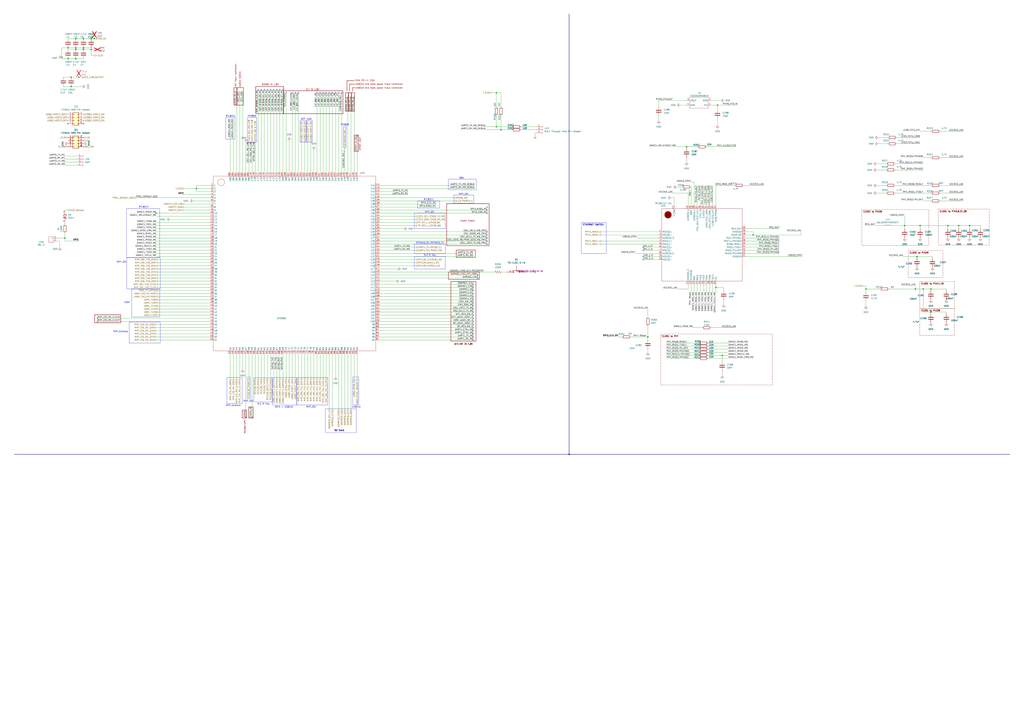
<source format=kicad_sch>
(kicad_sch (version 20231120) (generator "eeschema") (generator_version "8.0")
  (paper "A1")
  (junction (at 53.34 195.58))
  (junction (at 563.88 120.65))
  (junction (at 68.58 39.37))
  (junction (at 62.23 40.64))
  (junction (at 77.5403 31.75))
  (junction (at 62.23 39.37))
  (junction (at 74.93 31.75))
  (junction (at 64.7276 63.5))
  (junction (at 55.88 48.26))
  (junction (at 407.67 76.2))
  (junction (at 467.36 373.38))
  (junction (at 58.42 71.12))
  (junction (at 50.8 46.99))
  (junction (at 68.58 40.64))
  (junction (at 711.2 237.49))
  (junction (at 758.19 237.49))
  (junction (at 532.13 276.86))
  (junction (at 68.58 31.75))
  (junction (at 55.88 39.37))
  (junction (at 764.54 256.54))
  (junction (at 62.23 48.26))
  (junction (at 787.4 185.42))
  (junction (at 588.01 236.22))
  (junction (at 778.51 185.42))
  (junction (at 753.11 210.82))
  (junction (at 161.29 154.94))
  (junction (at 618.49 193.04))
  (junction (at 411.48 106.68))
  (junction (at 593.09 292.1))
  (junction (at 589.28 86.36))
  (junction (at 751.84 237.49))
  (junction (at 407.67 104.14))
  (junction (at 755.65 185.42))
  (junction (at 764.54 237.49))
  (junction (at 742.95 185.42))
  (junction (at 74.8293 40.64))
  (junction (at 58.42 63.5))
  (junction (at 796.29 185.42))
  (junction (at 62.23 31.75))
  (no_connect (at 388.62 269.24))
  (no_connect (at 388.62 254))
  (no_connect (at 229.87 73.66))
  (no_connect (at 400.05 170.18))
  (no_connect (at 388.62 276.86))
  (no_connect (at 392.43 226.06))
  (no_connect (at 528.32 210.82))
  (no_connect (at 388.62 251.46))
  (no_connect (at 217.17 73.66))
  (no_connect (at 400.05 190.5))
  (no_connect (at 222.25 73.66))
  (no_connect (at 214.63 73.66))
  (no_connect (at 400.05 198.12))
  (no_connect (at 80.01 261.62))
  (no_connect (at 388.62 271.78))
  (no_connect (at 400.05 200.66))
  (no_connect (at 388.62 236.22))
  (no_connect (at 262.89 76.2))
  (no_connect (at 55.88 101.6))
  (no_connect (at 224.79 73.66))
  (no_connect (at 227.33 73.66))
  (no_connect (at 400.05 172.72))
  (no_connect (at 288.29 80.01))
  (no_connect (at 388.62 259.08))
  (no_connect (at 388.62 261.62))
  (no_connect (at 388.62 256.54))
  (no_connect (at 68.58 101.6))
  (no_connect (at 388.62 246.38))
  (no_connect (at 240.03 76.2))
  (no_connect (at 528.32 205.74))
  (no_connect (at 201.93 342.9))
  (no_connect (at 400.05 175.26))
  (no_connect (at 392.43 228.6))
  (no_connect (at 270.51 76.2))
  (no_connect (at 273.05 76.2))
  (no_connect (at 388.62 248.92))
  (no_connect (at 234.95 76.2))
  (no_connect (at 290.83 80.01))
  (no_connect (at 400.05 193.04))
  (no_connect (at 388.62 279.4))
  (no_connect (at 400.05 195.58))
  (no_connect (at 388.62 241.3))
  (no_connect (at 245.11 76.2))
  (no_connect (at 278.13 76.2))
  (no_connect (at 128.27 175.26))
  (no_connect (at 388.62 274.32))
  (no_connect (at 232.41 73.66))
  (no_connect (at 388.62 233.68))
  (no_connect (at 280.67 76.2))
  (no_connect (at 388.62 264.16))
  (no_connect (at 242.57 76.2))
  (no_connect (at 219.71 73.66))
  (no_connect (at 267.97 76.2))
  (no_connect (at 212.09 73.66))
  (no_connect (at 80.01 264.16))
  (no_connect (at 207.01 342.9))
  (no_connect (at 265.43 76.2))
  (no_connect (at 388.62 243.84))
  (no_connect (at 285.75 80.01))
  (no_connect (at 388.62 266.7))
  (no_connect (at 275.59 76.2))
  (no_connect (at 293.37 111.76))
  (no_connect (at 388.62 238.76))
  (no_connect (at 528.32 203.2))
  (no_connect (at 528.32 213.36))
  (no_connect (at 260.35 76.2))
  (wire (pts (xy 311.15 182.88) (xy 341.63 182.88)))
  (wire (pts (xy 758.19 139.7) (xy 735.33 139.7)))
  (wire (pts (xy 765.81 210.82) (xy 765.81 212.09)))
  (wire (pts (xy 46.5105 195.58) (xy 53.34 195.58)))
  (wire (pts (xy 217.17 82.55) (xy 217.17 142.24)))
  (wire (pts (xy 796.29 185.42) (xy 805.18 185.42)))
  (wire (pts (xy 640.08 187.96) (xy 612.14 187.96)))
  (wire (pts (xy 741.68 210.82) (xy 753.11 210.82)))
  (wire (pts (xy 58.42 63.5) (xy 64.7276 63.5)))
  (wire (pts (xy 720.09 139.7) (xy 727.71 139.7)))
  (wire (pts (xy 240.03 76.2) (xy 240.03 142.24)))
  (wire (pts (xy 129.54 218.44) (xy 172.72 218.44)))
  (wire (pts (xy 129.54 233.68) (xy 172.72 233.68)))
  (wire (pts (xy 222.25 80.01) (xy 222.25 142.24)))
  (wire (pts (xy 214.63 83.82) (xy 214.63 142.24)))
  (wire (pts (xy 262.89 290.83) (xy 262.89 311.15)))
  (wire (pts (xy 76.6818 40.6392) (xy 76.6818 40.64)))
  (wire (pts (xy 194.31 311.15) (xy 194.31 290.83)))
  (wire (pts (xy 589.28 90.17) (xy 589.28 86.36)))
  (wire (pts (xy 219.7076 81.28) (xy 219.71 81.28)))
  (wire (pts (xy 582.93 152.4) (xy 582.93 168.91)))
  (wire (pts (xy 189.23 311.15) (xy 189.23 290.83)))
  (wire (pts (xy 407.67 76.2) (xy 407.67 87.63)))
  (wire (pts (xy 758.19 256.54) (xy 764.54 256.54)))
  (wire (pts (xy 129.54 215.9) (xy 172.72 215.9)))
  (wire (pts (xy 581.66 289.56) (xy 598.17 289.56)))
  (wire (pts (xy 311.15 154.94) (xy 389.89 154.94)))
  (wire (pts (xy 427.99 106.68) (xy 440.69 106.68)))
  (wire (pts (xy 285.75 80.01) (xy 285.75 142.24)))
  (polyline (pts (xy 287.02 69.1057) (xy 291.4165 69.1057)) (stroke (width 0.3048) (color 132 0 0 1)))
  (wire (pts (xy 439.42 109.22) (xy 439.42 111.76)))
  (wire (pts (xy 132.6203 256.5382) (xy 132.6203 256.54)))
  (wire (pts (xy 732.79 185.42) (xy 742.95 185.42)))
  (wire (pts (xy 494.03 198.12) (xy 541.02 198.12)))
  (wire (pts (xy 280.67 336.55) (xy 280.67 290.83)))
  (wire (pts (xy 128.27 271.78) (xy 172.72 271.78)))
  (wire (pts (xy 791.21 107.95) (xy 772.16 107.95)))
  (wire (pts (xy 128.27 185.42) (xy 172.72 185.42)))
  (wire (pts (xy 132.6203 256.54) (xy 172.72 256.54)))
  (wire (pts (xy 758.19 134.62) (xy 735.33 134.62)))
  (wire (pts (xy 567.69 149.86) (xy 570.23 149.86)))
  (wire (pts (xy 311.15 228.6) (xy 392.43 228.6)))
  (wire (pts (xy 541.02 82.55) (xy 563.88 82.55)))
  (wire (pts (xy 111.76 162.56) (xy 172.72 162.56)))
  (wire (pts (xy 585.47 240.03) (xy 585.47 233.68)))
  (wire (pts (xy 131.3503 259.08) (xy 172.72 259.08)))
  (wire (pts (xy 411.48 76.2) (xy 407.67 76.2)))
  (wire (pts (xy 640.08 203.2) (xy 612.14 203.2)))
  (wire (pts (xy 764.54 256.54) (xy 777.24 256.54)))
  (wire (pts (xy 196.85 311.15) (xy 196.85 290.83)))
  (wire (pts (xy 128.27 195.58) (xy 172.72 195.58)))
  (bus (pts (xy 467.36 11.43) (xy 467.36 373.38)))
  (wire (pts (xy 50.8 39.37) (xy 50.8 46.99)))
  (wire (pts (xy 311.15 193.04) (xy 400.05 193.04)))
  (wire (pts (xy 547.37 281.94) (xy 574.04 281.94)))
  (wire (pts (xy 585.47 152.4) (xy 585.47 168.91)))
  (wire (pts (xy 580.39 152.4) (xy 580.39 168.91)))
  (wire (pts (xy 311.15 162.56) (xy 373.38 162.56)))
  (wire (pts (xy 265.43 290.83) (xy 265.43 311.15)))
  (wire (pts (xy 285.75 336.55) (xy 285.75 290.83)))
  (wire (pts (xy 311.15 261.62) (xy 388.62 261.62)))
  (wire (pts (xy 565.15 237.49) (xy 556.26 237.49)))
  (wire (pts (xy 588.01 152.4) (xy 603.25 152.4)))
  (wire (pts (xy 161.29 154.94) (xy 172.72 154.94)))
  (wire (pts (xy 232.4076 74.93) (xy 232.41 74.93)))
  (wire (pts (xy 730.25 237.49) (xy 751.84 237.49)))
  (wire (pts (xy 53.34 128.27) (xy 63.5 128.27)))
  (wire (pts (xy 778.51 185.42) (xy 778.51 187.96)))
  (wire (pts (xy 135.1603 251.4582) (xy 135.1603 251.46)))
  (wire (pts (xy 229.87 290.83) (xy 229.87 311.15)))
  (wire (pts (xy 140.2403 241.3) (xy 172.72 241.3)))
  (wire (pts (xy 577.85 240.03) (xy 577.85 233.68)))
  (wire (pts (xy 577.85 152.4) (xy 577.85 168.91)))
  (wire (pts (xy 335.28 157.48) (xy 311.15 157.48)))
  (wire (pts (xy 128.27 279.4) (xy 172.72 279.4)))
  (wire (pts (xy 411.48 95.25) (xy 411.48 106.68)))
  (wire (pts (xy 128.27 200.66) (xy 172.72 200.66)))
  (wire (pts (xy 581.66 281.94) (xy 598.17 281.94)))
  (wire (pts (xy 311.15 226.06) (xy 392.43 226.06)))
  (wire (pts (xy 247.65 116.84) (xy 247.65 142.24)))
  (wire (pts (xy 311.15 241.3) (xy 388.62 241.3)))
  (wire (pts (xy 55.88 31.75) (xy 62.23 31.75)))
  (wire (pts (xy 565.15 158.75) (xy 552.45 158.75)))
  (wire (pts (xy 721.36 113.03) (xy 728.98 113.03)))
  (wire (pts (xy 589.28 86.36) (xy 605.79 86.36)))
  (wire (pts (xy 532.13 276.86) (xy 532.13 279.4)))
  (wire (pts (xy 547.37 294.64) (xy 574.04 294.64)))
  (wire (pts (xy 130.0803 238.7582) (xy 141.5103 238.7582)))
  (wire (pts (xy 772.16 165.1) (xy 791.21 165.1)))
  (wire (pts (xy 311.15 236.22) (xy 388.62 236.22)))
  (wire (pts (xy 212.09 73.66) (xy 212.09 142.24)))
  (wire (pts (xy 358.14 170.18) (xy 311.15 170.18)))
  (wire (pts (xy 494.03 190.5) (xy 541.02 190.5)))
  (wire (pts (xy 521.97 208.28) (xy 541.02 208.28)))
  (wire (pts (xy 541.02 99.06) (xy 541.02 95.25)))
  (wire (pts (xy 593.09 292.1) (xy 598.17 292.1)))
  (wire (pts (xy 581.66 287.02) (xy 598.17 287.02)))
  (wire (pts (xy 128.27 177.8) (xy 172.72 177.8)))
  (wire (pts (xy 222.2476 80.01) (xy 222.25 80.01)))
  (wire (pts (xy 758.19 237.49) (xy 758.19 256.54)))
  (wire (pts (xy 311.15 208.28) (xy 388.62 208.28)))
  (wire (pts (xy 204.47 116.84) (xy 204.47 142.24)))
  (wire (pts (xy 796.29 185.42) (xy 796.29 187.96)))
  (wire (pts (xy 711.2 234.95) (xy 711.2 237.49)))
  (wire (pts (xy 659.13 210.82) (xy 612.14 210.82)))
  (wire (pts (xy 311.15 256.54) (xy 388.62 256.54)))
  (wire (pts (xy 311.15 251.46) (xy 388.62 251.46)))
  (wire (pts (xy 53.34 135.89) (xy 63.5 135.89)))
  (polyline (pts (xy 284.9657 74.8383) (xy 284.9636 66.3367)) (stroke (width 0.3048) (color 132 0 0 1)))
  (wire (pts (xy 49.0505 198.1935) (xy 46.5105 198.1935)))
  (wire (pts (xy 278.13 76.2) (xy 278.13 142.24)))
  (wire (pts (xy 311.15 177.8) (xy 341.63 177.8)))
  (wire (pts (xy 74.8293 45.5877) (xy 74.8293 40.64)))
  (wire (pts (xy 293.37 111.76) (xy 293.37 142.24)))
  (wire (pts (xy 68.58 40.64) (xy 74.8293 40.64)))
  (wire (pts (xy 588.01 233.68) (xy 588.01 236.22)))
  (wire (pts (xy 288.29 336.55) (xy 288.29 290.83)))
  (wire (pts (xy 553.72 162.56) (xy 551.18 162.56)))
  (wire (pts (xy 130.0803 248.9182) (xy 136.4303 248.9182)))
  (wire (pts (xy 311.15 259.08) (xy 388.62 259.08)))
  (wire (pts (xy 151.13 172.72) (xy 172.72 172.72)))
  (wire (pts (xy 720.09 158.75) (xy 727.71 158.75)))
  (wire (pts (xy 219.71 311.15) (xy 219.71 290.83)))
  (wire (pts (xy 62.23 31.75) (xy 68.58 31.75)))
  (wire (pts (xy 252.73 116.84) (xy 252.73 142.24)))
  (wire (pts (xy 751.84 237.49) (xy 758.19 237.49)))
  (wire (pts (xy 128.27 187.96) (xy 172.72 187.96)))
  (wire (pts (xy 222.2476 73.8414) (xy 222.2476 80.01)))
  (wire (pts (xy 53.34 198.1935) (xy 64.77 198.1935)))
  (wire (pts (xy 273.05 76.2) (xy 273.05 142.24)))
  (wire (pts (xy 311.15 271.78) (xy 388.62 271.78)))
  (polyline (pts (xy 287.02 74.93) (xy 287.02 69.1057)) (stroke (width 0.3048) (color 132 0 0 1)))
  (wire (pts (xy 129.54 226.06) (xy 172.72 226.06)))
  (wire (pts (xy 407.67 104.14) (xy 420.37 104.14)))
  (wire (pts (xy 260.35 76.2) (xy 260.35 142.24)))
  (wire (pts (xy 311.15 190.5) (xy 400.05 190.5)))
  (wire (pts (xy 68.58 39.37) (xy 62.23 39.37)))
  (wire (pts (xy 528.32 213.36) (xy 541.02 213.36)))
  (wire (pts (xy 161.29 152.4) (xy 172.72 152.4)))
  (wire (pts (xy 128.27 198.12) (xy 172.72 198.12)))
  (wire (pts (xy 640.08 198.12) (xy 612.14 198.12)))
  (wire (pts (xy 224.79 78.74) (xy 224.79 142.24)))
  (wire (pts (xy 341.63 215.9) (xy 311.15 215.9)))
  (wire (pts (xy 412.75 223.52) (xy 416.56 223.52)))
  (wire (pts (xy 311.15 254) (xy 388.62 254)))
  (wire (pts (xy 270.51 76.2) (xy 270.51 142.24)))
  (wire (pts (xy 311.15 276.86) (xy 388.62 276.86)))
  (wire (pts (xy 736.6 113.03) (xy 755.65 113.03)))
  (wire (pts (xy 55.88 40.64) (xy 62.23 40.64)))
  (wire (pts (xy 128.27 175.26) (xy 172.72 175.26)))
  (wire (pts (xy 400.05 172.72) (xy 311.15 172.72)))
  (wire (pts (xy 604.52 120.65) (xy 580.39 120.65)))
  (wire (pts (xy 640.08 200.66) (xy 612.14 200.66)))
  (wire (pts (xy 311.15 246.38) (xy 388.62 246.38)))
  (wire (pts (xy 411.48 106.68) (xy 420.37 106.68)))
  (wire (pts (xy 791.21 152.4) (xy 772.16 152.4)))
  (wire (pts (xy 742.95 185.42) (xy 755.65 185.42)))
  (wire (pts (xy 555.7876 153.67) (xy 560.07 153.67)))
  (wire (pts (xy 138.9703 243.8382) (xy 138.9703 243.84)))
  (wire (pts (xy 227.33 290.83) (xy 227.33 311.15)))
  (wire (pts (xy 311.15 220.98) (xy 326.39 220.98)))
  (wire (pts (xy 201.93 116.84) (xy 201.93 142.24)))
  (wire (pts (xy 191.77 311.15) (xy 191.77 290.83)))
  (wire (pts (xy 518.16 276.86) (xy 532.13 276.86)))
  (wire (pts (xy 265.43 76.2) (xy 265.43 142.24)))
  (wire (pts (xy 618.49 193.04) (xy 612.14 193.04)))
  (wire (pts (xy 753.11 210.82) (xy 765.81 210.82)))
  (wire (pts (xy 137.7003 246.3782) (xy 137.7003 246.38)))
  (wire (pts (xy 311.15 187.96) (xy 331.47 187.96)))
  (wire (pts (xy 64.77 198.12) (xy 64.77 198.1935)))
  (wire (pts (xy 593.09 292.1) (xy 593.09 297.18)))
  (wire (pts (xy 758.19 237.49) (xy 764.54 237.49)))
  (wire (pts (xy 311.15 165.1) (xy 373.38 165.1)))
  (wire (pts (xy 755.65 185.42) (xy 755.65 187.96)))
  (wire (pts (xy 708.66 234.95) (xy 711.2 234.95)))
  (wire (pts (xy 130.0803 253.9982) (xy 133.8903 253.9982)))
  (wire (pts (xy 528.32 203.2) (xy 541.02 203.2)))
  (wire (pts (xy 128.27 193.04) (xy 172.72 193.04)))
  (wire (pts (xy 528.32 205.74) (xy 541.02 205.74)))
  (wire (pts (xy 427.99 104.14) (xy 440.69 104.14)))
  (wire (pts (xy 54.61 93.98) (xy 55.88 93.98)))
  (wire (pts (xy 720.09 134.62) (xy 727.71 134.62)))
  (wire (pts (xy 219.71 81.28) (xy 219.71 142.24)))
  (wire (pts (xy 288.29 80.01) (xy 288.29 142.24)))
  (wire (pts (xy 77.3693 45.5877) (xy 74.8293 45.5877)))
  (wire (pts (xy 214.6276 83.82) (xy 214.63 83.82)))
  (wire (pts (xy 128.27 266.7) (xy 172.72 266.7)))
  (wire (pts (xy 49.0505 203.2735) (xy 49.0505 198.1935)))
  (wire (pts (xy 130.0803 241.2982) (xy 140.2403 241.2982)))
  (wire (pts (xy 494.03 200.66) (xy 541.02 200.66)))
  (wire (pts (xy 214.63 311.15) (xy 214.63 290.83)))
  (wire (pts (xy 341.63 218.44) (xy 311.15 218.44)))
  (wire (pts (xy 151.13 170.18) (xy 172.72 170.18)))
  (wire (pts (xy 53.34 184.15) (xy 53.34 182.88)))
  (wire (pts (xy 229.8676 76.2) (xy 229.87 76.2)))
  (wire (pts (xy 237.49 115.57) (xy 237.49 142.24)))
  (wire (pts (xy 565.15 168.91) (xy 565.15 158.75)))
  (wire (pts (xy 237.49 311.15) (xy 237.49 290.83)))
  (wire (pts (xy 255.27 116.84) (xy 255.27 142.24)))
  (wire (pts (xy 273.05 336.55) (xy 273.05 290.83)))
  (wire (pts (xy 128.27 182.88) (xy 172.72 182.88)))
  (wire (pts (xy 311.15 198.12) (xy 400.05 198.12)))
  (wire (pts (xy 68.58 31.75) (xy 74.93 31.75)))
  (wire (pts (xy 212.09 311.15) (xy 212.09 290.83)))
  (wire (pts (xy 141.5103 238.7582) (xy 141.5103 238.76)))
  (wire (pts (xy 204.47 311.15) (xy 204.47 290.83)))
  (wire (pts (xy 255.27 290.83) (xy 255.27 311.15)))
  (wire (pts (xy 311.15 274.32) (xy 388.62 274.32)))
  (wire (pts (xy 52.07 63.5) (xy 58.42 63.5)))
  (wire (pts (xy 398.78 104.14) (xy 407.67 104.14)))
  (wire (pts (xy 280.67 76.2) (xy 280.67 142.24)))
  (wire (pts (xy 618.49 190.5) (xy 618.49 193.04)))
  (wire (pts (xy 240.03 311.15) (xy 240.03 290.83)))
  (wire (pts (xy 62.23 40.64) (xy 68.58 40.64)))
  (wire (pts (xy 753.11 210.82) (xy 753.11 212.09)))
  (wire (pts (xy 50.8 48.26) (xy 55.88 48.26)))
  (wire (pts (xy 758.19 165.1) (xy 764.54 165.1)))
  (wire (pts (xy 161.29 154.94) (xy 161.29 152.4)))
  (wire (pts (xy 764.54 237.49) (xy 777.24 237.49)))
  (wire (pts (xy 547.37 289.56) (xy 574.04 289.56)))
  (wire (pts (xy 805.18 185.42) (xy 805.18 187.96)))
  (wire (pts (xy 139.7 180.34) (xy 172.72 180.34)))
  (wire (pts (xy 207.01 116.84) (xy 207.01 142.24)))
  (wire (pts (xy 201.93 290.83) (xy 201.93 342.9)))
  (wire (pts (xy 217.1676 73.8414) (xy 217.1676 82.55)))
  (wire (pts (xy 751.84 237.49) (xy 751.84 234.95)))
  (wire (pts (xy 129.54 220.98) (xy 172.72 220.98)))
  (wire (pts (xy 74.93 39.37) (xy 68.58 39.37)))
  (wire (pts (xy 137.7003 246.38) (xy 172.72 246.38)))
  (wire (pts (xy 618.49 190.5) (xy 612.14 190.5)))
  (wire (pts (xy 777.24 256.54) (xy 777.24 257.81)))
  (wire (pts (xy 589.28 102.87) (xy 589.28 97.79)))
  (wire (pts (xy 283.21 336.55) (xy 283.21 290.83)))
  (wire (pts (xy 74.93 31.75) (xy 77.5403 31.75)))
  (wire (pts (xy 721.36 118.11) (xy 728.98 118.11)))
  (wire (pts (xy 209.55 116.84) (xy 209.55 142.24)))
  (wire (pts (xy 558.8 86.36) (xy 563.88 86.36)))
  (wire (pts (xy 141.5103 238.76) (xy 172.72 238.76)))
  (wire (pts (xy 778.51 185.42) (xy 787.4 185.42)))
  (wire (pts (xy 311.15 266.7) (xy 388.62 266.7)))
  (wire (pts (xy 260.35 290.83) (xy 260.35 311.15)))
  (wire (pts (xy 219.7076 73.8414) (xy 219.7076 81.28)))
  (wire (pts (xy 568.96 269.24) (xy 576.58 269.24)))
  (wire (pts (xy 189.23 97.79) (xy 189.23 142.24)))
  (wire (pts (xy 567.69 153.67) (xy 567.69 168.91)))
  (wire (pts (xy 55.88 48.26) (xy 62.23 48.26)))
  (wire (pts (xy 128.27 210.82) (xy 172.72 210.82)))
  (wire (pts (xy 262.89 76.2) (xy 262.89 142.24)))
  (wire (pts (xy 55.88 172.72) (xy 53.34 172.72)))
  (wire (pts (xy 580.39 240.03) (xy 580.39 233.68)))
  (wire (pts (xy 128.27 203.2) (xy 172.72 203.2)))
  (wire (pts (xy 593.09 304.8) (xy 593.09 308.61)))
  (polyline (pts (xy 284.9636 66.3367) (xy 290.9533 66.3345)) (stroke (width 0.3048) (color 132 0 0 1)))
  (wire (pts (xy 80.01 264.16) (xy 172.72 264.16)))
  (wire (pts (xy 594.36 236.22) (xy 588.01 236.22)))
  (wire (pts (xy 242.57 76.2) (xy 242.57 142.24)))
  (wire (pts (xy 581.66 292.1) (xy 593.09 292.1)))
  (wire (pts (xy 358.14 167.64) (xy 311.15 167.64)))
  (wire (pts (xy 581.66 284.48) (xy 598.17 284.48)))
  (wire (pts (xy 158.75 165.1) (xy 172.72 165.1)))
  (wire (pts (xy 532.13 254) (xy 532.13 260.35)))
  (wire (pts (xy 133.8903 254) (xy 172.72 254)))
  (wire (pts (xy 440.69 109.22) (xy 439.42 109.22)))
  (wire (pts (xy 311.15 243.84) (xy 388.62 243.84)))
  (wire (pts (xy 582.93 240.03) (xy 582.93 233.68)))
  (wire (pts (xy 130.0803 251.4582) (xy 135.1603 251.4582)))
  (wire (pts (xy 138.9703 243.84) (xy 172.72 243.84)))
  (wire (pts (xy 311.15 210.82) (xy 388.62 210.82)))
  (wire (pts (xy 55.8481 120.65) (xy 55.88 120.65)))
  (wire (pts (xy 130.0803 243.8382) (xy 138.9703 243.8382)))
  (wire (pts (xy 610.87 152.4) (xy 627.38 152.4)))
  (wire (pts (xy 311.15 180.34) (xy 341.63 180.34)))
  (wire (pts (xy 572.77 152.4) (xy 572.77 168.91)))
  (wire (pts (xy 140.2403 241.2982) (xy 140.2403 241.3)))
  (wire (pts (xy 570.23 240.03) (xy 570.23 233.68)))
  (wire (pts (xy 194.31 74.93) (xy 194.31 142.24)))
  (wire (pts (xy 129.54 228.6) (xy 172.72 228.6)))
  (wire (pts (xy 53.34 130.81) (xy 63.5 130.81)))
  (wire (pts (xy 232.41 74.93) (xy 232.41 142.24)))
  (wire (pts (xy 575.31 240.03) (xy 575.31 233.68)))
  (wire (pts (xy 565.15 233.68) (xy 565.15 237.49)))
  (wire (pts (xy 400.05 200.66) (xy 311.15 200.66)))
  (wire (pts (xy 64.7276 63.5) (xy 67.31 63.5)))
  (wire (pts (xy 293.37 311.15) (xy 293.37 290.83)))
  (wire (pts (xy 711.2 237.49) (xy 722.63 237.49)))
  (wire (pts (xy 311.15 152.4) (xy 389.89 152.4)))
  (wire (pts (xy 214.6276 73.8414) (xy 214.6276 83.82)))
  (wire (pts (xy 594.36 236.22) (xy 594.36 238.76)))
  (wire (pts (xy 567.69 240.03) (xy 567.69 233.68)))
  (wire (pts (xy 290.83 80.01) (xy 290.83 142.24)))
  (wire (pts (xy 736.6 118.11) (xy 755.65 118.11)))
  (wire (pts (xy 136.4303 248.9182) (xy 136.4303 248.92)))
  (wire (pts (xy 227.3276 77.47) (xy 227.33 77.47)))
  (wire (pts (xy 128.27 276.86) (xy 172.72 276.86)))
  (wire (pts (xy 224.7876 73.8414) (xy 224.7876 78.74)))
  (polyline (pts (xy 289.56 74.93) (xy 289.56 72.1288)) (stroke (width 0.3048) (color 132 0 0 1)))
  (bus (pts (xy 467.36 373.38) (xy 829.31 373.38)))
  (wire (pts (xy 245.11 76.2) (xy 245.11 142.24)))
  (wire (pts (xy 199.39 74.93) (xy 199.39 142.24)))
  (polyline (pts (xy 289.56 72.1288) (xy 291.3359 72.1288)) (stroke (width 0.3048) (color 132 0 0 1)))
  (wire (pts (xy 575.31 152.4) (xy 575.31 168.91)))
  (wire (pts (xy 128.27 190.5) (xy 172.72 190.5)))
  (wire (pts (xy 232.4076 73.8414) (xy 232.4076 74.93)))
  (wire (pts (xy 532.13 287.02) (xy 532.13 289.56)))
  (wire (pts (xy 217.17 311.15) (xy 217.17 290.83)))
  (wire (pts (xy 411.48 87.63) (xy 411.48 76.2)))
  (wire (pts (xy 400.05 175.26) (xy 311.15 175.26)))
  (wire (pts (xy 80.01 261.62) (xy 172.72 261.62)))
  (wire (pts (xy 136.4303 248.92) (xy 172.72 248.92)))
  (wire (pts (xy 570.23 149.86) (xy 570.23 168.91)))
  (wire (pts (xy 227.3276 73.8414) (xy 227.3276 77.47)))
  (wire (pts (xy 787.4 185.42) (xy 787.4 187.96)))
  (wire (pts (xy 267.97 76.2) (xy 267.97 142.24)))
  (wire (pts (xy 657.86 193.04) (xy 618.49 193.04)))
  (wire (pts (xy 131.3503 259.0782) (xy 131.3503 259.08)))
  (wire (pts (xy 523.24 195.58) (xy 541.02 195.58)))
  (wire (pts (xy 55.88 39.37) (xy 50.8 39.37)))
  (wire (pts (xy 130.0803 256.5382) (xy 132.6203 256.5382)))
  (wire (pts (xy 720.09 152.4) (xy 727.71 152.4)))
  (wire (pts (xy 311.15 233.68) (xy 388.62 233.68)))
  (wire (pts (xy 53.34 191.77) (xy 53.34 195.58)))
  (wire (pts (xy 311.15 195.58) (xy 400.05 195.58)))
  (wire (pts (xy 128.27 208.28) (xy 172.72 208.28)))
  (wire (pts (xy 311.15 203.2) (xy 341.63 203.2)))
  (wire (pts (xy 161.29 157.48) (xy 172.72 157.48)))
  (wire (pts (xy 129.54 213.36) (xy 172.72 213.36)))
  (wire (pts (xy 278.13 336.55) (xy 278.13 290.83)))
  (wire (pts (xy 128.27 269.24) (xy 172.72 269.24)))
  (wire (pts (xy 77.5403 31.75) (xy 78.74 31.75)))
  (wire (pts (xy 764.54 237.49) (xy 764.54 238.76)))
  (wire (pts (xy 563.88 120.65) (xy 563.88 121.92)))
  (wire (pts (xy 247.65 290.83) (xy 247.65 311.15)))
  (wire (pts (xy 129.54 236.22) (xy 172.72 236.22)))
  (wire (pts (xy 398.78 106.68) (xy 411.48 106.68)))
  (wire (pts (xy 135.1603 251.46) (xy 172.72 251.46)))
  (wire (pts (xy 335.28 160.02) (xy 311.15 160.02)))
  (wire (pts (xy 563.88 120.65) (xy 572.77 120.65)))
  (wire (pts (xy 224.79 290.83) (xy 224.79 311.15)))
  (wire (pts (xy 755.65 185.42) (xy 778.51 185.42)))
  (wire (pts (xy 311.15 205.74) (xy 341.63 205.74)))
  (wire (pts (xy 275.59 76.2) (xy 275.59 142.24)))
  (wire (pts (xy 224.7876 78.74) (xy 224.79 78.74)))
  (wire (pts (xy 52.07 71.12) (xy 58.42 71.12)))
  (wire (pts (xy 791.21 158.75) (xy 772.16 158.75)))
  (wire (pts (xy 130.0803 259.0782) (xy 131.3503 259.0782)))
  (wire (pts (xy 128.27 274.32) (xy 172.72 274.32)))
  (wire (pts (xy 553.72 168.91) (xy 553.72 162.56)))
  (wire (pts (xy 735.33 158.75) (xy 764.54 158.75)))
  (wire (pts (xy 735.33 152.4) (xy 764.54 152.4)))
  (wire (pts (xy 640.08 195.58) (xy 612.14 195.58)))
  (wire (pts (xy 777.24 237.49) (xy 777.24 238.76)))
  (wire (pts (xy 640.08 208.28) (xy 612.14 208.28)))
  (wire (pts (xy 547.37 287.02) (xy 574.04 287.02)))
  (wire (pts (xy 58.42 71.12) (xy 67.31 71.12)))
  (wire (pts (xy 62.23 39.37) (xy 55.88 39.37)))
  (wire (pts (xy 191.77 97.79) (xy 191.77 142.24)))
  (wire (pts (xy 151.13 154.94) (xy 161.29 154.94)))
  (wire (pts (xy 311.15 238.76) (xy 388.62 238.76)))
  (wire (pts (xy 787.4 185.42) (xy 796.29 185.42)))
  (wire (pts (xy 711.2 247.65) (xy 711.2 251.46)))
  (wire (pts (xy 589.28 86.36) (xy 584.2 86.36)))
  (wire (pts (xy 199.39 290.83) (xy 199.39 303.53)))
  (wire (pts (xy 245.11 290.83) (xy 245.11 311.15)))
  (wire (pts (xy 718.82 185.42) (xy 725.17 185.42)))
  (wire (pts (xy 594.36 246.38) (xy 594.36 250.19)))
  (wire (pts (xy 554.99 120.65) (xy 563.88 120.65)))
  (wire (pts (xy 591.82 82.55) (xy 584.2 82.55)))
  (wire (pts (xy 588.01 236.22) (xy 588.01 240.03)))
  (wire (pts (xy 229.87 76.2) (xy 229.87 142.24)))
  (wire (pts (xy 257.81 290.83) (xy 257.81 311.15)))
  (wire (pts (xy 311.15 248.92) (xy 388.62 248.92)))
  (wire (pts (xy 532.13 276.86) (xy 532.13 267.97)))
  (wire (pts (xy 764.54 129.54) (xy 758.19 129.54)))
  (wire (pts (xy 232.41 290.83) (xy 232.41 311.15)))
  (wire (pts (xy 755.65 107.95) (xy 764.54 107.95)))
  (wire (pts (xy 209.55 311.15) (xy 209.55 290.83)))
  (wire (pts (xy 311.15 264.16) (xy 388.62 264.16)))
  (wire (pts (xy 217.1676 82.55) (xy 217.17 82.55)))
  (wire (pts (xy 657.86 190.5) (xy 657.86 193.04)))
  (wire (pts (xy 250.19 290.83) (xy 250.19 311.15)))
  (wire (pts (xy 588.01 152.4) (xy 588.01 168.91)))
  (wire (pts (xy 584.2 269.24) (xy 604.52 269.24)))
  (bus (pts (xy 12.0751 373.38) (xy 12.0751 373.4167)))
  (wire (pts (xy 62.23 48.26) (xy 68.58 48.26)))
  (wire (pts (xy 270.51 290.83) (xy 270.51 336.55)))
  (wire (pts (xy 250.19 116.84) (xy 250.19 142.24)))
  (wire (pts (xy 283.21 120.65) (xy 283.21 142.24)))
  (wire (pts (xy 133.8903 253.9982) (xy 133.8903 254)))
  (wire (pts (xy 129.54 223.52) (xy 172.72 223.52)))
  (wire (pts (xy 742.95 185.42) (xy 742.95 187.96)))
  (wire (pts (xy 508 276.86) (xy 510.54 276.86)))
  (wire (pts (xy 53.34 198.1935) (xy 53.34 195.58)))
  (wire (pts (xy 711.2 237.49) (xy 711.2 240.03)))
  (wire (pts (xy 311.15 269.24) (xy 388.62 269.24)))
  (wire (pts (xy 563.88 133.35) (xy 563.88 129.54)))
  (wire (pts (xy 407.67 95.25) (xy 407.67 104.14)))
  (wire (pts (xy 74.8293 40.64) (xy 76.6818 40.64)))
  (wire (pts (xy 267.97 290.83) (xy 267.97 311.15)))
  (wire (pts (xy 207.01 290.83) (xy 207.01 342.9)))
  (wire (pts (xy 581.66 294.64) (xy 598.17 294.64)))
  (wire (pts (xy 341.63 185.42) (xy 311.15 185.42)))
  (wire (pts (xy 764.54 256.54) (xy 764.54 257.81)))
  (wire (pts (xy 541.02 87.63) (xy 541.02 82.55)))
  (wire (pts (xy 742.95 185.42) (xy 742.95 177.8)))
  (wire (pts (xy 227.33 77.47) (xy 227.33 142.24)))
  (wire (pts (xy 50.8 46.99) (xy 50.8 48.26)))
  (wire (pts (xy 791.21 129.54) (xy 772.16 129.54)))
  (wire (pts (xy 257.81 123.19) (xy 257.81 142.24)))
  (wire (pts (xy 311.15 231.14) (xy 325.12 231.14)))
  (wire (pts (xy 640.08 205.74) (xy 612.14 205.74)))
  (wire (pts (xy 547.37 284.48) (xy 574.04 284.48)))
  (wire (pts (xy 151.13 167.64) (xy 172.72 167.64)))
  (bus (pts (xy 467.36 373.38) (xy 12.0751 373.38)))
  (wire (pts (xy 53.34 133.35) (xy 63.5 133.35)))
  (wire (pts (xy 311.15 223.52) (xy 405.13 223.52)))
  (wire (pts (xy 572.77 240.03) (xy 572.77 233.68)))
  (wire (pts (xy 128.27 205.74) (xy 172.72 205.74)))
  (wire (pts (xy 151.13 160.02) (xy 172.72 160.02)))
  (wire (pts (xy 161.29 154.94) (xy 161.29 157.48)))
  (wire (pts (xy 242.57 311.15) (xy 242.57 290.83)))
  (wire (pts (xy 222.25 311.15) (xy 222.25 290.83)))
  (wire (pts (xy 547.37 292.1) (xy 574.04 292.1)))
  (wire (pts (xy 252.73 290.83) (xy 252.73 311.15)))
  (wire (pts (xy 229.8676 73.8414) (xy 229.8676 76.2)))
  (wire (pts (xy 494.03 193.04) (xy 541.02 193.04)))
  (wire (pts (xy 528.32 210.82) (xy 541.02 210.82)))
  (wire (pts (xy 341.63 213.36) (xy 311.15 213.36)))
  (wire (pts (xy 275.59 290.83) (xy 275.59 309.88)))
  (wire (pts (xy 130.0803 246.3782) (xy 137.7003 246.3782)))
  (wire (pts (xy 311.15 279.4) (xy 388.62 279.4)))
  (wire (pts (xy 290.83 311.15) (xy 290.83 290.83)))
  (wire (pts (xy 431.8 223.52) (xy 438.15 223.52)))
  (wire (pts (xy 196.85 74.93) (xy 196.85 142.24)))
  (wire (pts (xy 403.86 76.2) (xy 407.67 76.2)))
  (wire (pts (xy 46.5105 195.58) (xy 46.5105 195.6535)))
  (wire (pts (xy 234.95 311.15) (xy 234.95 290.83)))
  (wire (pts (xy 234.95 76.2) (xy 234.95 142.24)))
  (wire (pts (xy 129.54 231.14) (xy 172.72 231.14)))
  (rectangle (start 232.915 74.6136) (end 281.6987 93.4096) (stroke (width 0.3048) (color 132 0 0 1)))
  (rectangle (start 203.2 309.88) (end 205.74 327.66))
  (rectangle (start 204.2797 334.4672) (end 207.9075 343.597) (stroke (width 0.3048) (color 132 0 0 1)))
  (rectangle (start 208.2829 310.4478) (end 223.5229 330.2))
  (rectangle (start 243.885 310.3678) (end 269.24 332.7198))
  (rectangle (start 286.2236 76.2023) (end 288.5835 91.44) (stroke (width 0.3048) (color 132 0 0 1)))
  (rectangle (start 194.6126 71.9699) (end 199.9332 86.36) (stroke (width 0.3048) (color 132 0 0 1)))
  (rectangle (start 372.5364 160.4479) (end 388.9821 166.9771))
  (rectangle (start 251.46 99.06) (end 256.54 116.84))
  (rectangle (start 198.8929 337.0296) (end 202.4489 343.6336) (stroke (width 0.3048) (color 132 0 0 1)))
  (rectangle (start 370.332 231.394) (end 390.906 280.416) (stroke (width 0.3048) (color 132 0 0 1)))
  (rectangle (start 289.56 309.88) (end 294.64 332.74))
  (rectangle (start 185.42 96.52) (end 193.04 114.3))
  (rectangle (start 106.0865 264.7254) (end 131.4865 281.94))
  (rectangle (start 368.3 147.32) (end 391.16 156.0295))
  (rectangle (start 342.9 165.1) (end 360.9834 171.1479))
  (rectangle (start 246.38 99.06) (end 251.46 116.84))
  (rectangle (start 374.703 205.4382) (end 390.423 211.5561) (stroke (width 0.3048) (color 132 0 0 1)))
  (rectangle (start 210.0556 71.12) (end 232.9156 93.4225) (stroke (width 0.3048) (color 132 0 0 1)))
  (rectangle (start 283.7594 76.2) (end 286.1997 91.44) (stroke (width 0.3048) (color 132 0 0 1)))
  (rectangle (start 108.3035 237.4291) (end 131.2489 260.6158))
  (rectangle (start 223.52 310.388) (end 243.84 332.74))
  (rectangle (start 104.14 211.7872) (end 131.541 237.3823))
  (rectangle (start 368.3 223.52) (end 393.7 229.6379) (stroke (width 0.3048) (color 132 0 0 1)))
  (rectangle (start 103.886 171.45) (end 131.064 211.836))
  (rectangle (start 288.6334 76.2) (end 291.1734 91.44) (stroke (width 0.3048) (color 132 0 0 1)))
  (rectangle (start 291.0038 111.0636) (end 294.3058 124.46) (stroke (width 0.3048) (color 132 0 0 1)))
  (rectangle (start 186.3844 310.1182) (end 199.0844 331.7082))
  (rectangle (start 203.2 96.52) (end 210.82 116.84))
  (rectangle (start 282.0206 103.776) (end 284.3066 121.556))
  (rectangle (start 340.36 175.26) (end 365.76 187.96))
  (rectangle (start 192.1179 71.9774) (end 194.5767 86.3637) (stroke (width 0.3048) (color 132 0 0 1)))
  (rectangle (start 208.28 342.9) (end 208.28 342.9))
  (rectangle (start 77.7298 258.6478) (end 99.1364 265.2489) (stroke (width 0.3048) (color 132 0 0 1)))
  (rectangle (start 366.7908 167.4033) (end 401.6774 201.93) (stroke (width 0.3048) (color 132 0 0 1)))
  (rectangle (start 340.36 200.66) (end 365.76 208.28))
  (rectangle (start 267.2598 335.9039) (end 292.6148 355.6))
  (rectangle (start 340.36 210.82) (end 365.76 220.98))
  (text_box "CLOSE to PIN30\n" (at 707.898 172.212 0) (size 54.864 29.464) (stroke (width 0) (type dash) (color 132 0 0 1)) (effects (font (size 1.27 1.27) (thickness 0.254) (bold yes)) (justify left top)))
  (text_box "CLOSE to PIN11,40\n\n\n\n" (at 755.396 231.394 0) (size 28.448 22.098) (stroke (width 0) (type dash) (color 132 0 0 1)) (effects (font (size 1.27 1.27) (thickness 0.254) (bold yes)) (justify left top)))
  (text_box "CLOSE to PIN3,8,21,38\n\n" (at 770.636 171.958 0) (size 41.91 29.464) (stroke (width 0) (type dash) (color 132 0 0 1)) (effects (font (size 1.27 1.27) (thickness 0.254) (bold yes)) (justify left top)))
  (text_box "CLOSE to PIN28\n\n\n\n" (at 755.396 253.492 0) (size 28.448 22.098) (stroke (width 0) (type dash) (color 132 0 0 1)) (effects (font (size 1.27 1.27) (thickness 0.254) (bold yes)) (justify left top)))
  (text_box "CLOSE to PHY\n\n\n\n\n" (at 542.544 274.574 0) (size 91.694 41.91) (stroke (width 0) (type dash) (color 132 0 0 1)) (effects (font (size 1.27 1.27) (thickness 0.254) (bold yes)) (justify left top)))
  (text_box "ETHERNET SWITCH\n" (at 477.52 182.88 0) (size 20.32 25.4) (effects (font (size 1.27 1.27) (bold yes)) (justify left top)))
  (text_box "CLOSE to PIN29\n\n\n" (at 745.998 205.994 0) (size 28.448 22.098) (stroke (width 0) (type dash) (color 132 0 0 1)) (effects (font (size 1.27 1.27) (thickness 0.254) (bold yes)) (justify left top)))
  (text "MIPI_DSI\n" (at 255.524 334.518 0) (effects (font (size 1.27 1.27))))
  (text "MINI PCI-E CON\n" (at 299.72 66.294 0) (effects (font (size 1.27 1.27))))
  (text "RP2040_RX/RP2040_TX\n" (at 353.06 199.644 0) (effects (font (size 1.27 1.27))))
  (text "MIPI_DSI\n" (at 99.822 215.392 0) (effects (font (size 1.27 1.27))))
  (text "RTL8211\n" (at 189.484 95.504 0) (effects (font (size 1.27 1.27))))
  (text "MIPI_DSI\n" (at 380.746 159.512 0) (effects (font (size 1.27 1.27))))
  (text "MIPI_Camera\n" (at 191.516 333.248 0) (effects (font (size 1.27 1.27))))
  (text "BT656 IO 1.8V" (at 221.996 69.596 0) (effects (font (size 1.27 1.27))))
  (text "RTL8211" (at 352.044 164.084 0) (effects (font (size 1.27 1.27))))
  (text "RTL8211\n" (at 118.11 170.18 0) (effects (font (size 1.27 1.27))))
  (text "AUDIO CODEC" (at 197.104 65.278 90) (effects (font (size 1.27 1.27))))
  (text "MIPI_Camera\n" (at 99.06 272.542 0) (effects (font (size 1.27 1.27))))
  (text "CIF IO 1.8V\n" (at 256.794 73.66 0) (effects (font (size 1.27 1.27))))
  (text "DBG\n" (at 378.968 146.304 0) (effects (font (size 1.27 1.27))))
  (text "SATA + USB2.0\n\n" (at 233.172 335.534 0) (effects (font (size 1.27 1.27))))
  (text "M2 input controller\n\n" (at 194.564 61.976 90) (effects (font (size 1.27 1.27))))
  (text "TP2855\n\n" (at 207.01 96.52 0) (effects (font (size 1.27 1.27))))
  (text "MIPI_DSI\n" (at 352.806 174.244 0) (effects (font (size 1.27 1.27))))
  (text "TP2855\n" (at 283.21 102.616 0) (effects (font (size 1.27 1.27))))
  (text "M.2 M Key" (at 353.06 209.804 0) (effects (font (size 1.27 1.27))))
  (text "Audio Codec " (at 384.556 181.61 0) (effects (font (size 1.27 1.27))))
  (text "MIPI_DSI" (at 203.962 329.692 0) (effects (font (size 1.27 1.27))))
  (text "WIFI/BT IO 1.8V\n" (at 380.746 282.956 0) (effects (font (size 1.27 1.27) (thickness 0.254) (bold yes))))
  (text "M.2 M Key" (at 216.408 331.978 0) (effects (font (size 1.27 1.27))))
  (text "SD Card" (at 278.638 353.822 0) (effects (font (size 1.27 1.27) (thickness 0.254) (bold yes))))
  (text "SPDIF-OUT\n" (at 295.656 118.364 90) (effects (font (size 1.27 1.27))))
  (text "USB2.0" (at 292.608 334.518 0) (effects (font (size 1.27 1.27))))
  (text "USB3.0 And Sata power input controller\n\n" (at 311.404 73.406 0) (effects (font (size 1.27 1.27))))
  (text "USB2.0 And Sata power input controller\n\n" (at 311.404 70.358 0) (effects (font (size 1.27 1.27))))
  (text "HDMI\n" (at 104.394 248.666 0) (effects (font (size 1.27 1.27))))
  (text "GSM\n" (at 254 98.044 0) (effects (font (size 1.27 1.27))))
  (text "WİFİ\n" (at 248.92 98.044 0) (effects (font (size 1.27 1.27))))
  (text "RS485/GPS\n" (at 201.168 350.774 90) (effects (font (size 1.27 1.27))))
  (label "BT_WAKE_HOST_H" (at 388.62 266.7 180))
  (label "SDMMC1_D2" (at 388.62 243.84 180))
  (label "GMAC1_TXD0_M0" (at 128.27 182.88 180))
  (label "PHY_CLKOUT125" (at 577.85 152.4 270))
  (label "GMAC1_TXEN_M0" (at 585.47 240.03 270))
  (label "CIF_8BIT_D5" (at 273.05 76.2 270))
  (label "REG_OUT" (at 640.08 187.96 180))
  (label "I2S1_MCLK_M0_PMIC" (at 400.05 190.5 180))
  (label "VCC3V3_LAN" (at 657.86 190.5 180))
  (label "CAMERAF_RST_L" (at 283.21 123.19 270))
  (label "VCC3V3_LAN" (at 791.21 158.75 180))
  (label "VOP_BT656_D3_M1" (at 222.2476 73.8414 270))
  (label "LED2{slash}CFG_LDO1" (at 580.39 152.4 270))
  (label "GMAC1_RXCLK_M0" (at 128.27 203.2 180))
  (label "VCC3V3_LAN" (at 627.38 152.4 180))
  (label "I2S2_SDO_M0" (at 388.62 251.46 180))
  (label "SATA0_TXP" (at 224.79 293.37 270))
  (label "GPIO4_B5_d_1V8" (at 209.55 116.84 270))
  (label "PHY0_XTALIN" (at 575.31 152.4 270))
  (label "SDMMC1_CLK" (at 388.62 233.68 180))
  (label "GPIO0_A5_d" (at 194.31 74.93 270))
  (label "PHY_RXD0{slash}RXDLY" (at 640.08 200.66 180))
  (label "CIF_8BIT_CLKIN" (at 240.03 76.2 270))
  (label "CIF_8BIT_D1" (at 262.89 76.2 270))
  (label "VCC3V3_LAN" (at 791.21 129.54 180))
  (label "SDMMC1_CMD" (at 388.62 236.22 180))
  (label "SATA0_RXP" (at 229.87 293.37 270))
  (label "GPIO0_A0_d" (at 285.75 80.01 270))
  (label "UART1_CTSn_M0" (at 388.62 271.78 180))
  (label "VOP_BT656_D7_M1" (at 232.4076 73.8414 270))
  (label "PHY-Reset" (at 567.69 240.03 270))
  (label "WIFI_WAKE_HOST_H" (at 388.62 261.62 180))
  (label "GMAC1_RXD2_M0" (at 598.17 287.02 0))
  (label "PHY_RXD3{slash}PHYAD0" (at 640.08 208.28 180))
  (label "GMAC1_MCLKINOUT_M0" (at 554.99 120.65 180))
  (label "GMAC1_MDIO_M0" (at 191.77 97.79 270))
  (label "GMAC1_RXCLK_M0" (at 598.17 292.1 0))
  (label "SDMMC1_D0" (at 388.62 238.76 180))
  (label "SPI3_CLK_M1" (at 508 276.86 180) (effects (font (bold yes))))
  (label "I2S1_SDO0_M0_PMIC" (at 400.05 193.04 180))
  (label "UART5_RX_M1" (at 335.28 160.02 180))
  (label "GMAC1_RXD0_M0" (at 598.17 281.94 0))
  (label "UART2_TX_M0_DEBUG" (at 389.89 152.4 180))
  (label "SDMMC1_D3" (at 388.62 246.38 180))
  (label "BT_REG_ON_H" (at 388.62 269.24 180))
  (label "I2S1_LRCK_TX_M0_PMIC" (at 400.05 200.66 180))
  (label "MIPI_CSI_RX_CLK1P" (at 80.01 264.16 0))
  (label "I2C4_SCL_M0_1V8" (at 204.47 116.84 270))
  (label "PHY_RXD2{slash}PLLOFF" (at 547.37 287.02 0))
  (label "PHY_RXCLK{slash}PHYAD1" (at 547.37 292.1 0))
  (label "GMAC1_TXD2_M0" (at 128.27 205.74 180))
  (label "GMAC1_MDIO_M0" (at 568.96 269.24 180))
  (label "SPI3_MOSI_M1" (at 601.073 152.4 180))
  (label "GMAC1_TXCLK_M0" (at 128.27 210.82 180))
  (label "VCC3V3_LAN" (at 532.13 254 180))
  (label "LED2{slash}CFG_LDO1" (at 755.65 118.11 180))
  (label "LED0{slash}CFG_EXT" (at 755.65 107.95 180))
  (label "PHY_RXD0{slash}RXDLY" (at 547.37 281.94 0))
  (label "PHY_RXD3{slash}PHYAD0" (at 547.37 289.56 0))
  (label "CIF_8BIT_D0" (at 260.35 76.2 270))
  (label "PMIC_32KOUT_SOC" (at 111.76 162.56 0))
  (label "REG_OUT" (at 718.82 185.42 180))
  (label "PHY_RXCLK{slash}PHYAD1" (at 640.08 195.58 180))
  (label "GMAC1_RXD1_M0" (at 128.27 193.04 180))
  (label "I2S2_SDI_M0" (at 388.62 248.92 180))
  (label "VCC3V3_LAN" (at 604.52 269.24 180))
  (label "UART3_TX_M0" (at 53.34 133.35 180))
  (label "I2S2_LRCK_TX_M0" (at 388.62 254 180))
  (label "UART2_TX_M0_DEBUG" (at 398.78 104.14 180))
  (label "PHY_RXD2{slash}PLLOFF" (at 640.08 205.74 180))
  (label "UART1_RTSn_M0" (at 388.62 274.32 180))
  (label "WIFI_REG_ON_H" (at 388.62 259.08 180))
  (label "GMAC1_TXD1_M0" (at 128.27 185.42 180))
  (label "CIF_CLKOUT" (at 234.95 76.2 270))
  (label "UART2_RX_M0_DEBUG" (at 389.89 154.94 180))
  (label "UART1_TX_M0" (at 388.62 276.86 180))
  (label "VCC3V3_LAN" (at 741.68 210.82 180))
  (label "PHY_RXDV{slash}PHYAD2" (at 547.37 294.64 0))
  (label "VCC3V3_LAN" (at 556.26 237.49 180))
  (label "LED1{slash}CFG_LDO0" (at 755.65 113.03 180))
  (label "UART3_TX_M0" (at 388.62 208.28 180))
  (label "RSET" (at 567.69 156.21 270))
  (label "SDMMC1_D1" (at 388.62 241.3 180))
  (label "CIF_8BIT_VSYNC" (at 245.11 76.2 270))
  (label "PHY_RXDV{slash}PHYAD2" (at 640.08 198.12 180))
  (label "VCC3V3_LAN" (at 552.45 158.75 180))
  (label "VDD10_EPHY" (at 659.13 210.82 180))
  (label "PHY_CLKOUT125" (at 604.52 120.65 180))
  (label "LED0{slash}CFG_EXT" (at 585.47 152.4 270))
  (label "PHY_RXD1{slash}TXDLY" (at 547.37 284.48 0))
  (label "SPDIF_TX_M2" (at 293.37 111.76 270))
  (label "GMAC1_RXD3_M0" (at 598.17 289.56 0))
  (label "I2C1_SCL" (at 196.85 74.93 270))
  (label "VRTC" (at 64.77 198.12 180) (effects (font (bold yes))))
  (label "GMAC1_RXD2_M0" (at 128.27 200.66 180))
  (label "GMAC1_RXD1_M0" (at 598.17 284.48 0))
  (label "GMAC1_RXDV_CRS_M0" (at 598.17 294.64 0))
  (label "GPIO0_A3_u" (at 288.29 80.01 270))
  (label "GMAC1_TXD1_M0" (at 580.39 240.03 270))
  (label "UART2_RX_M0_DEBUG" (at 398.78 106.68 180))
  (label "GMAC1_RXD3_M0" (at 128.27 198.12 180))
  (label "UART4_TX_M0" (at 336.55 203.2 180))
  (label "SATA0_RXN" (at 232.41 293.37 270))
  (label "CAMERAB_RST_L" (at 280.67 76.2 270))
  (label "VDD10_EPHY" (at 567.69 149.86 180))
  (label "CIF_8BIT_D2" (at 265.43 76.2 270))
  (label "PHY_RXD1{slash}TXDLY" (at 640.08 203.2 180))
  (label "GMAC1_TXD0_M0" (at 582.93 240.03 270))
  (label "PWM5" (at 201.93 342.9 90))
  (label "PWM3_IR" (at 207.01 342.9 90))
  (label "LED1{slash}CFG_LDO0" (at 582.93 152.4 270))
  (label "UART5_TX_M1" (at 335.28 157.48 180))
  (label "PHY0_XTALIN" (at 605.79 86.36 180))
  (label "PHY0_XTALOUT" (at 552.45 82.55 180))
  (label "SPI3_CLK_M1" (at 358.14 167.64 180))
  (label "UART5_RX_M1" (at 53.34 130.81 180))
  (label "SATA0_TXN" (at 227.33 293.37 270))
  (label "GMAC1_TXD2_M0" (at 577.85 240.03 270))
  (label "PHY0_XTALOUT" (at 572.77 152.4 270))
  (label "PHY_RXD3{slash}PHYAD0" (at 758.19 129.54 180))
  (label "SARADC_VIN3" (at 392.43 228.6 180))
  (label "GMAC1_RXER_M0" (at 128.27 175.26 180))
  (label "UART5_TX_M1" (at 53.34 128.27 180))
  (label "VOP_BT656_CLK_M1" (at 212.09 73.8414 270))
  (label "SPI3_MOSI_M1" (at 358.14 170.18 180))
  (label "HOST_WAKE_BT_H" (at 388.62 264.16 180))
  (label "UART3_RX_M0" (at 53.34 135.89 180))
  (label "I2C4_SDA_M0_1V8" (at 207.01 116.84 270))
  (label "VOP_BT656_D4_M1" (at 224.7876 73.8414 270))
  (label "GMAC1_RXD0_M0" (at 128.27 195.58 180))
  (label "CIF_8BIT_D4" (at 270.51 76.2 270))
  (label "VCC3V3_LAN" (at 751.84 234.95 180))
  (label "I2S2_SCLK_TX_M0" (at 388.62 256.54 180))
  (label "VRTC" (at 151.13 160.02 180) (effects (font (bold yes))))
  (label "GMAC1_MDIO_M0" (at 572.77 240.03 270))
  (label "VOP_BT656_D2_M1" (at 219.7076 73.8414 270))
  (label "GMAC1_TXEN_M0" (at 128.27 187.96 180))
  (label "RXI_1_P" (at 528.32 203.2 0))
  (label "GMAC1_TXD3_M0" (at 575.31 240.03 270))
  (label "GMAC1_MDC_M0" (at 189.23 97.79 270))
  (label "GMAC1_RXDV_CRS_M0" (at 128.27 190.5 180))
  (label "CIF_8BIT_HREF" (at 242.57 76.2 270))
  (label "PHY_RXD1{slash}TXDLY" (at 758.19 158.75 180))
  (label "CIF_8BIT_D3" (at 267.97 76.2 270))
  (label "VDD10_EPHY" (at 523.24 195.58 180))
  (label "GMAC1_TXD3_M0" (at 128.27 208.28 180))
  (label "I2S1_SCLK_TX_M0_PMIC" (at 400.05 195.58 180))
  (label "VDD10_EPHY" (at 521.97 208.28 180))
  (label "SPI3_MISO_M1" (at 400.05 172.72 180))
  (label "VOP_BT656_D1_M1" (at 217.1676 73.8414 270))
  (label "MIPI_CSI_RX_CLK1N" (at 80.01 261.62 0))
  (label "UART1_RX_M0" (at 388.62 279.4 180))
  (label "VCC3V3_LAN" (at 791.21 107.95 180))
  (label "CIF_8BIT_D6" (at 275.59 76.2 270))
  (label "VDD10_EPHY" (at 742.95 177.8 180))
  (label "SPI3_CS0_M1" (at 400.05 175.26 180))
  (label "SARADC_VIN2_HP_HOOK" (at 392.43 226.06 180))
  (label "GMAC1_MCLKINOUT_M0" (at 128.27 177.8 180))
  (label "GMAC1_TXCLK_M0" (at 588.01 240.03 270))
  (label "SARADC_VIN0_KEY{slash}RECOVERY" (at 397.51 223.52 180))
  (label "VCC3V3_LAN" (at 791.21 165.1 180))
  (label "UART4_RX_M0" (at 336.55 205.74 180))
  (label "TXO_1_P" (at 528.32 210.82 0))
  (label "UART3_RX_M0" (at 388.62 210.82 180))
  (label "GPIO0_A6_d" (at 290.83 80.01 270))
  (label "PHY_RXCLK{slash}PHYAD1" (at 758.19 134.62 180))
  (label "I2C1_SDA" (at 199.39 74.93 270))
  (label "TXO_1_N" (at 528.32 213.36 0))
  (label "VOP_BT656_D6_M1" (at 229.8676 73.8414 270))
  (label "VOP_BT656_D5_M1" (at 227.3276 73.8414 270))
  (label "VOP_BT656_D0_M1" (at 214.6276 73.8414 270))
  (label "I2S1_SDI0_M0{slash}PDM_SDI0_M0_PMIC" (at 400.05 198.12 180))
  (label "PHY_RXD2{slash}PLLOFF" (at 758.19 165.1 180))
  (label "PHY-Reset" (at 530.86 276.86 180))
  (label "RXI_1_N" (at 528.32 205.74 0))
  (label "GMAC1_MDC_M0" (at 570.23 240.03 270))
  (label "CIF_8BIT_D7" (at 278.13 76.2 270))
  (label "PHY_RXDV{slash}PHYAD2" (at 758.19 139.7 180))
  (label "VCC3V3_LAN" (at 791.21 152.4 180))
  (label "PHY_RXD0{slash}RXDLY" (at 758.19 152.4 180))
  (hierarchical_label "MIPI_DSI_TX0_D2N" (shape output) (at 129.54 218.44 180))
  (hierarchical_label "MIPI_CSI_RX_CLK0P" (shape input) (at 196.85 311.15 270))
  (hierarchical_label "VCC_1V8_OUTPUT" (shape input) (at 67.31 63.5 0))
  (hierarchical_label "VDD_5V" (shape input) (at 78.74 31.75 0))
  (hierarchical_label "MIPI_DSI_TX1_D3N" (shape output) (at 260.35 311.15 270))
  (hierarchical_label "USB3_OTG0_DN" (shape input) (at 234.95 311.15 270))
  (hierarchical_label "MIPI_CSI_RX_D0N" (shape input) (at 189.23 311.15 270))
  (hierarchical_label "UART4_RX{slash}PWM1_M0" (shape input) (at 341.63 205.74 0))
  (hierarchical_label "MIPI_CSI_RX_D0P" (shape input) (at 191.77 311.15 270))
  (hierarchical_label "MIPI_DSI_TX0_D1N" (shape output) (at 129.54 223.52 180))
  (hierarchical_label "USB3_HOST1_DN" (shape input) (at 242.57 311.15 270))
  (hierarchical_label "SDMMC0_D3" (shape input) (at 280.67 336.55 270))
  (hierarchical_label "MIPI_CSI_RX_D1N" (shape input) (at 128.27 279.4 180))
  (hierarchical_label "I2C4_SDA_M0_1V8" (shape input) (at 207.01 116.84 90))
  (hierarchical_label "HDMITX_CEC_M0" (shape input) (at 151.13 167.64 180))
  (hierarchical_label "+5V" (shape input) (at 68.58 115.57 0))
  (hierarchical_label "USB3_HOST1_SSTXN" (shape input) (at 227.33 311.15 270))
  (hierarchical_label "USB2_HOST2_DP" (shape input) (at 252.73 116.84 90))
  (hierarchical_label "HDMI_TX0P" (shape input) (at 130.0803 248.9182 180))
  (hierarchical_label "I2C4_SCL_M0_1V8" (shape input) (at 204.47 116.84 90))
  (hierarchical_label "USB3_HOST1_SSRXP" (shape input) (at 229.87 311.15 270))
  (hierarchical_label "PMIC_32KOUT_SOC" (shape input) (at 111.76 162.56 180))
  (hierarchical_label "HDMI_TXCLKP_PORT" (shape input) (at 130.0803 243.8382 180))
  (hierarchical_label "MIPI_DSI_TX0_CLKP" (shape output) (at 129.54 236.22 180))
  (hierarchical_label "USB3_HOST1_DN" (shape input) (at 68.58 93.98 0))
  (hierarchical_label "USB3_OTG0_VBUSDET" (shape input) (at 293.37 311.15 270))
  (hierarchical_label "MIPI_DSI_TX1_D3P" (shape output) (at 262.89 311.15 270))
  (hierarchical_label "MIPI_DSI_TX0_D1P" (shape output) (at 129.54 226.06 180))
  (hierarchical_label "PCIE20_TXP" (shape input) (at 217.17 311.15 270))
  (hierarchical_label "MIPI_DSI_TX1_CLKP" (shape output) (at 267.97 311.15 270))
  (hierarchical_label "SDMMC0_D1" (shape input) (at 285.75 336.55 270))
  (hierarchical_label "USB2_HOST3_DN" (shape input) (at 247.65 116.84 90))
  (hierarchical_label "USB2_HOST3_DP" (shape input) (at 250.19 116.84 90))
  (hierarchical_label "RX_TOP" (shape input) (at 68.58 120.65 0))
  (hierarchical_label "USB3_OTG0_ID" (shape input) (at 290.83 311.15 270))
  (hierarchical_label "HDMI_TX0N" (shape input) (at 130.0803 246.3782 180))
  (hierarchical_label "HDMI_TXCLKN_PORT" (shape input) (at 130.0803 241.2982 180))
  (hierarchical_label "+3.3V" (shape input) (at 403.86 76.2 180))
  (hierarchical_label "MIPI_DSI_TX1_D0N" (shape output) (at 255.27 311.15 270))
  (hierarchical_label "USB2_HOST3_DN" (shape input) (at 68.58 99.06 0))
  (hierarchical_label "I2C1_SCL{slash}CAN0_TX_M0" (shape output) (at 341.63 177.8 0))
  (hierarchical_label "HDMI_TX1N" (shape input) (at 130.0803 251.4582 180))
  (hierarchical_label "GPIO4_B5_d_1V8" (shape input) (at 209.55 116.84 90))
  (hierarchical_label "USB3_OTG0_DP" (shape input) (at 237.49 311.15 270))
  (hierarchical_label "MIPI_DSI_TX1_CLKN" (shape output) (at 265.43 311.15 270))
  (hierarchical_label "PCIE20_WAKEn_M2" (shape input) (at 341.63 215.9 0))
  (hierarchical_label "+3.3V" (shape input) (at 77.3693 45.5877 0))
  (hierarchical_label "USB2_HOST2_DP" (shape input) (at 55.88 96.52 180))
  (hierarchical_label "USB3_HOST1_SSTXP" (shape input) (at 224.79 311.15 270))
  (hierarchical_label "PCIE20_REFCLKN" (shape input) (at 222.25 311.15 270))
  (hierarchical_label "+3.3V" (shape input) (at 55.88 113.03 180))
  (hierarchical_label "PCIE20_RXP" (shape input) (at 209.55 311.15 270))
  (hierarchical_label "MIPI_DSI_TX0_CLKN" (shape output) (at 129.54 233.68 180))
  (hierarchical_label "HDMITX_SCL" (shape input) (at 151.13 172.72 180))
  (hierarchical_label "HDMI_TX_HPDIN" (shape input) (at 130.0803 238.7582 180))
  (hierarchical_label "LCD0_BL_PWM4" (shape output) (at 204.47 311.15 270))
  (hierarchical_label "MIPI_CSI_RX_D3N" (shape input) (at 128.27 266.7 180))
  (hierarchical_label "HDMI_TX2P" (shape input) (at 130.0803 259.0782 180))
  (hierarchical_label "USB3_HOST1_DP" (shape input) (at 240.03 311.15 270))
  (hierarchical_label "PCIE20_REFCLKP" (shape input) (at 219.71 311.15 270))
  (hierarchical_label "SDMMC0_D0" (shape input) (at 288.29 336.55 270))
  (hierarchical_label "MIPI_DSI_TX0_D0N" (shape output) (at 129.54 228.6 180))
  (hierarchical_label "MIPI_CSI_RX_D2N" (shape input) (at 128.27 271.78 180))
  (hierarchical_label "PHY1_MDI1+" (shape input) (at 494.03 198.12 180))
  (hierarchical_label "UART4_TX{slash}GPIO0_C1" (shape input) (at 341.63 203.2 0))
  (hierarchical_label "+3.3V" (shape input) (at 708.66 234.95 180))
  (hierarchical_label "MIPI_DSI_TX0_D3P" (shape output) (at 129.54 215.9 180))
  (hierarchical_label "MIPI_DSI_TX0_D3N" (shape output) (at 129.54 213.36 180))
  (hierarchical_label "TP_RST_L_GPIO0_B6" (shape output) (at 341.63 185.42 0))
  (hierarchical_label "SDMMC0_D2" (shape input) (at 283.21 336.55 270))
  (hierarchical_label "SDMMC0_DET_L" (shape input) (at 270.51 336.55 270))
  (hierarchical_label "+3.3V" (shape input) (at 151.13 154.94 180))
  (hierarchical_label "TP_INT_L_GPIO0_B5" (shape input) (at 341.63 182.88 0))
  (hierarchical_label "SDMMC0_CLK" (shape input) (at 273.05 336.55 270))
  (hierarchical_label "USB3_HOST1_DP" (shape input) (at 54.61 93.98 180))
  (hierarchical_label "I2C1_SDA{slash}CAN0_RX_M0" (shape passive) (at 341.63 180.34 0))
  (hierarchical_label "PCIE20_PERSTn_M2" (shape input) (at 341.63 218.44 0))
  (hierarchical_label "USB2_HOST2_DN" (shape input) (at 255.27 116.84 90))
  (hierarchical_label "+5V" (shape input) (at 68.58 113.03 0))
  (hierarchical_label "HDMITX_SDA" (shape input) (at 151.13 170.18 180))
  (hierarchical_label "MIPI_CSI_RX_D3P" (shape input) (at 128.27 269.24 180))
  (hierarchical_label "MIPI_DSI_TX1_D2N" (shape output) (at 245.11 311.15 270))
  (hierarchical_label "PHY1_MDI1-" (shape input) (at 494.03 200.66 180))
  (hierarchical_label "USB2_HOST3_DP" (shape input) (at 55.88 99.06 180))
  (hierarchical_label "MIPI_CSI_RX_D2P" (shape input) (at 128.27 274.32 180))
  (hierarchical_label "3.3V_Sensor" (shape input) (at 55.88 172.72 0))
  (hierarchical_label "PCIE20_RXN" (shape input) (at 212.09 311.15 270))
  (hierarchical_label "SDMMC0_CMD" (shape input) (at 278.13 336.55 270))
  (hierarchical_label "MIPI_DSI_TX1_D1N" (shape output) (at 250.19 311.15 270))
  (hierarchical_label "PWM0_M0" (shape input) (at 373.38 162.56 0))
  (hierarchical_label "MIPI_DSI_TX0_D2P" (shape output) (at 129.54 220.98 180))
  (hierarchical_label "HDMI_TX2N" (shape input) (at 130.0803 256.5382 180))
  (hierarchical_label "MIPI_DSI_TX1_D0P" (shape output) (at 257.81 311.15 270))
  (hierarchical_label "TX_TOP" (shape input) (at 55.8481 120.65 180))
  (hierarchical_label "USB3_HOST1_SSRXN" (shape input) (at 232.41 311.15 270))
  (hierarchical_label "PHY1_MDI0-" (shape input) (at 494.03 193.04 180))
  (hierarchical_label "USB2_HOST2_DN" (shape input) (at 68.58 96.52 0))
  (hierarchical_label "HDMI_TX1P" (shape input) (at 130.0803 253.9982 180))
  (hierarchical_label "LCD_PWREN_H" (shape input) (at 373.38 165.1 0))
  (hierarchical_label "PCIE20_TXN" (shape input) (at 214.63 311.15 270))
  (hierarchical_label "CAMERAF_RST_L" (shape input) (at 283.21 120.65 90))
  (hierarchical_label "MIPI_DSI_TX1_D2P" (shape output) (at 247.65 311.15 270))
  (hierarchical_label "MIPI_CSI_RX_CLK0N" (shape input) (at 194.31 311.15 270))
  (hierarchical_label "MIPI_DSI_TX0_D0P" (shape output) (at 129.54 231.14 180))
  (hierarchical_label "MIPI_DSI_TX1_D1P" (shape output) (at 252.73 311.15 270))
  (hierarchical_label "MIPI_CSI_RX_D1P" (shape input) (at 128.27 276.86 180))
  (hierarchical_label "PCIE20_CLKREQn_M2" (shape input) (at 341.63 213.36 0))
  (hierarchical_label "PHY1_MDI0+" (shape input) (at 494.03 190.5 180))
  (symbol (lib_id "Device:C") (at 68.58 35.56 0) (unit 1)
    (property "Reference" "C6" (at 66.04 30.48 0) (effects (justify left)))
    (property "Value" "4.7uF" (at 66.04 27.94 0) (effects (justify left)))
    (property "Footprint" "Capacitor_SMD:C_0603_1608Metric" (effects (hide yes)))
    (property "MPN" "CL10A475KO8NNNC" (effects (hide yes)))
  )
  (symbol (lib_id "power:GND") (at 589.28 102.87 0) (unit 1)
    (property "Reference" "#PWR0285" (effects (hide yes)))
    (property "Value" "GND" (at 589.28 107.95 0))
    (property "Description" "Power symbol creates a global label with name \"GND\" , ground" (effects (hide yes)))
  )
  (symbol (lib_id "SS14:SS14") (at 53.34 177.8 270) (unit 1)
    (property "Reference" "D3" (at 55.88 176.5299 90) (effects (justify left)))
    (property "Value" "SS14" (at 55.88 179.0699 90) (effects (justify left)))
    (property "Footprint" "SS14:DIOM4325X250N" (effects (hide yes)))
    (property "STANDARD" "IPC-7351B" (effects (hide yes)))
    (property "MAXIMUM_PACKAGE_HEIGHT" "2.5 mm" (effects (hide yes)))
    (property "MANUFACTURER" "Taiwan Semiconductor" (effects (hide yes)))
    (property "PARTREV" "O2102" (effects (hide yes)))
    (property "MPN" "SS14 SOD-123FL" (effects (hide yes)))
  )
  (symbol (lib_id "Device:R") (at 732.79 118.11 90) (unit 1)
    (property "Reference" "R222" (at 727.964 115.57 90))
    (property "Value" "4.7K" (at 739.902 115.57 90))
    (property "Footprint" "Resistor_SMD:R_0402_1005Metric" (effects (hide yes)))
    (property "Description" "Resistor" (effects (hide yes)))
    (property "MPN" "0402WGF4701TCE" (effects (hide yes)))
  )
  (symbol (lib_id "Device:R") (at 407.67 91.44 0) (unit 1)
    (property "Reference" "R199" (at 406.4 96.266 90))
    (property "Value" "10K" (at 406.4 86.106 90))
    (property "Footprint" "Resistor_SMD:R_0402_1005Metric" (effects (hide yes)))
    (property "Description" "Resistor" (effects (hide yes)))
    (property "MPN" "RC0402FR-0710KL" (effects (hide yes)))
  )
  (symbol (lib_id "Device:L") (at 728.98 185.42 90) (unit 1)
    (property "Reference" "L14" (at 728.98 180.34 90))
    (property "Value" "AWL3225FP2R2MTF" (at 728.98 182.88 90))
    (property "Footprint" "Library:AWL3225FP2R2MTF" (effects (hide yes)))
    (property "Datasheet" "https://datasheet.lcsc.com/lcsc/2109250630_Sunlord-AWL3225FP2R2MTF_C2846224.pdf" (effects (hide yes)))
    (property "Description" "Inductor" (effects (hide yes)))
    (property "MPN" "AWL3225FP2R2MTF" (effects (hide yes)))
  )
  (symbol (lib_id "Device:R") (at 576.58 120.65 90) (unit 1)
    (property "Reference" "R207" (at 572.008 119.126 90))
    (property "Value" "22R" (at 582.422 118.872 90))
    (property "Footprint" "Resistor_SMD:R_0402_1005Metric" (effects (hide yes)))
    (property "Description" "Resistor" (effects (hide yes)))
    (property "MPN" "0402WGF220JTCE" (effects (hide yes)))
  )
  (symbol (lib_id "power:GND") (at 720.09 134.62 270) (unit 1)
    (property "Reference" "#PWR0290" (effects (hide yes)))
    (property "Value" "GND" (at 716.28 134.6199 90) (effects (justify right)))
    (property "Description" "Power symbol creates a global label with name \"GND\" , ground" (effects (hide yes)))
  )
  (symbol (lib_id "power:GND") (at 777.24 265.43 0) (unit 1)
    (property "Reference" "#PWR0303" (effects (hide yes)))
    (property "Value" "GND" (at 777.24 270.51 0))
    (property "Description" "Power symbol creates a global label with name \"GND\" , ground" (effects (hide yes)))
  )
  (symbol (lib_id "Connector_Generic:Conn_02x04_Odd_Even") (at 60.96 115.57 0) (unit 1)
    (property "Reference" "J21" (at 62.23 106.68 0))
    (property "Value" "FEMALE SMD Pin Header" (at 62.23 109.22 0))
    (property "Footprint" "Connector_PinSocket_2.54mm:PinSocket_2x04_P2.54mm_Vertical_SMD" (effects (hide yes)))
    (property "MPN" "贴片排母 2.54 2*4p" (effects (hide yes)))
  )
  (symbol (lib_id "Device:C") (at 55.88 44.45 0) (unit 1)
    (property "Reference" "C2" (at 54.61 53.34 0) (effects (justify left)))
    (property "Value" "100nF" (at 53.34 50.8 0) (effects (justify left)))
    (property "Footprint" "Capacitor_SMD:C_0603_1608Metric" (effects (hide yes)))
    (property "MPN" "0603B104K500NT" (effects (hide yes)))
  )
  (symbol (lib_id "power:GND") (at 201.93 116.84 180) (unit 1)
    (property "Reference" "#PWR0249" (effects (hide yes)))
    (property "Value" "GND" (at 200.152 113.284 0))
    (property "Description" "Power symbol creates a global label with name \"GND\" , ground" (effects (hide yes)))
  )
  (symbol (lib_id "Device:C") (at 589.28 93.98 0) (unit 1)
    (property "Reference" "C188" (at 593.344 92.7099 0) (effects (justify left)))
    (property "Value" "15pF" (at 593.344 95.2499 0) (effects (justify left)))
    (property "Footprint" "Capacitor_SMD:C_0402_1005Metric" (effects (hide yes)))
    (property "Description" "Unpolarized capacitor" (effects (hide yes)))
    (property "MPN" "0402CG150J500NT" (effects (hide yes)))
  )
  (symbol (lib_id "Device:R") (at 768.35 165.1 90) (unit 1)
    (property "Reference" "R227" (at 763.524 162.56 90))
    (property "Value" "4.7K" (at 775.462 162.56 90))
    (property "Footprint" "Resistor_SMD:R_0402_1005Metric" (effects (hide yes)))
    (property "Description" "Resistor" (effects (hide yes)))
    (property "MPN" "0402WGF4701TCE" (effects (hide yes)))
  )
  (symbol (lib_id "Connector_Generic:Conn_02x04_Odd_Even") (at 60.96 96.52 0) (unit 1)
    (property "Reference" "J22" (at 62.23 87.63 0))
    (property "Value" "FEMALE SMD Pin Header" (at 62.23 90.17 0))
    (property "Footprint" "Connector_PinSocket_2.54mm:PinSocket_2x04_P2.54mm_Vertical_SMD" (effects (hide yes)))
    (property "MPN" "贴片排母 2.54 2*4p" (effects (hide yes)))
  )
  (symbol (lib_id "Device:R") (at 532.13 264.16 180) (unit 1)
    (property "Reference" "R205" (at 534.67 262.8899 0) (effects (justify right)))
    (property "Value" "DNP" (at 534.67 265.4299 0) (effects (justify right)))
    (property "Footprint" "Resistor_SMD:R_0402_1005Metric" (effects (hide yes)))
    (property "Description" "Resistor" (effects (hide yes)))
  )
  (symbol (lib_id "power:GND") (at 778.51 195.58 0) (unit 1)
    (property "Reference" "#PWR0304" (effects (hide yes)))
    (property "Value" "GND" (at 778.51 200.66 0))
    (property "Description" "Power symbol creates a global label with name \"GND\" , ground" (effects (hide yes)))
  )
  (symbol (lib_id "Device:C") (at 753.11 215.9 0) (unit 1)
    (property "Reference" "C193" (at 743.966 216.662 0) (effects (justify left)))
    (property "Value" "4.7uF" (at 737.616 219.202 0) (effects (justify left)))
    (property "Footprint" "Capacitor_SMD:C_0603_1608Metric" (effects (hide yes)))
    (property "Description" "Unpolarized capacitor" (effects (hide yes)))
    (property "MPN" "CL10A475KO8NNNC" (effects (hide yes)))
  )
  (symbol (lib_id "Connector:TestPoint") (at 76.6818 40.6392 270) (unit 1) (dnp yes)
    (property "Reference" "TP9" (at 82.1192 39.3691 90) (effects (justify left)))
    (property "Value" "DNP" (at 82.1192 41.9091 90) (effects (justify left)))
    (property "Footprint" "Connector_Pin:Pin_D1.0mm_L10.0mm" (effects (hide yes)))
    (property "Description" "test point" (effects (hide yes)))
  )
  (symbol (lib_id "power:GND") (at 158.75 165.1 270) (unit 1)
    (property "Reference" "#PWR0250" (effects (hide yes)))
    (property "Value" "GND" (at 154.686 165.0999 90) (effects (justify right)))
    (property "Description" "Power symbol creates a global label with name \"GND\" , ground" (effects (hide yes)))
  )
  (symbol (lib_id "power:GND") (at 555.7876 153.67 270) (unit 1)
    (property "Reference" "#PWR0282" (effects (hide yes)))
    (property "Value" "GND" (at 551.4696 153.6699 90) (effects (justify right)))
    (property "Description" "Power symbol creates a global label with name \"GND\" , ground" (effects (hide yes)))
  )
  (symbol (lib_id "Device:C") (at 777.24 242.57 0) (unit 1)
    (property "Reference" "C198" (at 781.05 241.808 0) (effects (justify left)))
    (property "Value" "100nF		" (at 776.986 245.364 0) (effects (justify left)))
    (property "Footprint" "Capacitor_SMD:C_0402_1005Metric" (effects (hide yes)))
    (property "Description" "Unpolarized capacitor" (effects (hide yes)))
    (property "MPN" "CC0402KRX7R7BB104" (effects (hide yes)))
  )
  (symbol (lib_id "Device:R") (at 577.85 284.48 270) (unit 1)
    (property "Reference" "R209" (at 572.77 283.21 90))
    (property "Value" "22R" (at 584.2 283.464 90))
    (property "Footprint" "Resistor_SMD:R_0402_1005Metric" (effects (hide yes)))
    (property "Description" "Resistor" (effects (hide yes)))
    (property "MPN" "0402WGF220JTCE" (effects (hide yes)))
  )
  (symbol (lib_id "power:Earth") (at 439.42 111.76 0) (unit 1)
    (property "Reference" "#PWR0196" (effects (hide yes)))
    (property "Value" "Earth" (effects (hide yes)))
    (property "Description" "Power symbol creates a global label with name \"Earth\"" (effects (hide yes)))
  )
  (symbol (lib_id "Device:R") (at 768.35 107.95 90) (unit 1)
    (property "Reference" "R223" (at 763.524 105.41 90))
    (property "Value" "4.7K" (at 775.462 105.41 90))
    (property "Footprint" "Resistor_SMD:R_0402_1005Metric" (effects (hide yes)))
    (property "Description" "Resistor" (effects (hide yes)))
    (property "MPN" "0402WGF4701TCE" (effects (hide yes)))
  )
  (symbol (lib_id "Device:R") (at 53.34 187.96 0) (unit 1)
    (property "Reference" "R1" (at 48.0822 187.96 90))
    (property "Value" "150R" (at 50.3936 187.96 90))
    (property "Footprint" "Resistor_SMD:R_0603_1608Metric" (effects (hide yes)))
    (property "MPN" "0603WAF1500T5E" (effects (hide yes)))
  )
  (symbol (lib_id "Device:R") (at 411.48 91.44 0) (unit 1)
    (property "Reference" "R201" (at 410.21 96.266 90))
    (property "Value" "10K" (at 409.956 86.106 90))
    (property "Footprint" "Resistor_SMD:R_0402_1005Metric" (effects (hide yes)))
    (property "Description" "Resistor" (effects (hide yes)))
    (property "MPN" "RC0402FR-0710KL" (effects (hide yes)))
  )
  (symbol (lib_id "Device:C") (at 532.13 283.21 0) (unit 1)
    (property "Reference" "C185" (at 521.97 283.718 0) (effects (justify left)))
    (property "Value" "10nF" (at 516.89 286.258 0) (effects (justify left)))
    (property "Footprint" "Capacitor_SMD:C_0402_1005Metric" (effects (hide yes)))
    (property "Description" "Unpolarized capacitor" (effects (hide yes)))
    (property "MPN" "CC0402KRX7R9BB103" (effects (hide yes)))
  )
  (symbol (lib_id "Device:C") (at 764.54 261.62 0) (unit 1)
    (property "Reference" "C196" (at 755.904 261.62 0) (effects (justify left)))
    (property "Value" "4.7uF" (at 749.554 264.414 0) (effects (justify left)))
    (property "Footprint" "Capacitor_SMD:C_0603_1608Metric" (effects (hide yes)))
    (property "Description" "Unpolarized capacitor" (effects (hide yes)))
    (property "MPN" "CL10A475KO8NNNC" (effects (hide yes)))
  )
  (symbol (lib_id "power:GND") (at 275.59 309.88 0) (unit 1)
    (property "Reference" "#PWR0243" (effects (hide yes)))
    (property "Value" "GND" (at 275.59 314.96 0))
    (property "Description" "Power symbol creates a global label with name \"GND\" , ground" (effects (hide yes)))
  )
  (symbol (lib_id "Device:C") (at 541.02 91.44 0) (unit 1)
    (property "Reference" "C186" (at 545.084 90.1699 0) (effects (justify left)))
    (property "Value" "15pF" (at 545.084 92.7099 0) (effects (justify left)))
    (property "Footprint" "Capacitor_SMD:C_0402_1005Metric" (effects (hide yes)))
    (property "Description" "Unpolarized capacitor" (effects (hide yes)))
    (property "MPN" "0402CG150J500NT" (effects (hide yes)))
  )
  (symbol (lib_id "power:GND") (at 764.54 265.43 0) (unit 1)
    (property "Reference" "#PWR0300" (effects (hide yes)))
    (property "Value" "GND" (at 764.54 270.51 0))
    (property "Description" "Power symbol creates a global label with name \"GND\" , ground" (effects (hide yes)))
  )
  (symbol (lib_id "Device:C") (at 594.36 242.57 0) (unit 1)
    (property "Reference" "C190" (at 598.424 241.2999 0) (effects (justify left)))
    (property "Value" "DNP" (at 598.424 243.8399 0) (effects (justify left)))
    (property "Footprint" "Capacitor_SMD:C_0402_1005Metric" (effects (hide yes)))
    (property "Description" "Unpolarized capacitor" (effects (hide yes)))
  )
  (symbol (lib_id "Device:C") (at 593.09 300.99 0) (unit 1)
    (property "Reference" "C189" (at 597.154 299.7199 0) (effects (justify left)))
    (property "Value" "DNP" (at 597.154 302.2599 0) (effects (justify left)))
    (property "Footprint" "Capacitor_SMD:C_0402_1005Metric" (effects (hide yes)))
    (property "Description" "Unpolarized capacitor" (effects (hide yes)))
  )
  (symbol (lib_id "power:GND") (at 237.49 115.57 180) (unit 1)
    (property "Reference" "#PWR0248" (effects (hide yes)))
    (property "Value" "GND" (at 237.49 110.49 0))
    (property "Description" "Power symbol creates a global label with name \"GND\" , ground" (effects (hide yes)))
  )
  (symbol (lib_id "Device:C") (at 796.29 191.77 0) (unit 1)
    (property "Reference" "C202" (at 798.322 189.484 0) (effects (justify left)))
    (property "Value" "100nF" (at 797.814 194.31 0) (effects (justify left)))
    (property "Footprint" "Capacitor_SMD:C_0402_1005Metric" (effects (hide yes)))
    (property "Description" "Unpolarized capacitor" (effects (hide yes)))
    (property "MPN" "CC0402KRX7R7BB104" (effects (hide yes)))
  )
  (symbol (lib_id "Device:C") (at 55.88 35.56 0) (unit 1)
    (property "Reference" "C1" (at 54.61 30.48 0) (effects (justify left)))
    (property "Value" "100nF" (at 53.34 27.94 0) (effects (justify left)))
    (property "Footprint" "Capacitor_SMD:C_0603_1608Metric" (effects (hide yes)))
    (property "MPN" "0603B104K500NT" (effects (hide yes)))
  )
  (symbol (lib_id "power:GND") (at 755.65 195.58 0) (unit 1)
    (property "Reference" "#PWR0298" (effects (hide yes)))
    (property "Value" "GND" (at 755.65 200.66 0))
    (property "Description" "Power symbol creates a global label with name \"GND\" , ground" (effects (hide yes)))
  )
  (symbol (lib_id "Device:C") (at 765.81 215.9 0) (unit 1)
    (property "Reference" "C197" (at 771.906 215.646 0) (effects (justify left)))
    (property "Value" "100nF " (at 766.572 218.44 0) (effects (justify left)))
    (property "Footprint" "Capacitor_SMD:C_0402_1005Metric" (effects (hide yes)))
    (property "Description" "Unpolarized capacitor" (effects (hide yes)))
    (property "MPN" "CC0402KRX7R7BB104" (effects (hide yes)))
  )
  (symbol (lib_id "Device:R") (at 768.35 152.4 90) (unit 1)
    (property "Reference" "R225" (at 763.778 150.876 90))
    (property "Value" "DNP" (at 772.668 150.622 90))
    (property "Footprint" "Resistor_SMD:R_0402_1005Metric" (effects (hide yes)))
    (property "Description" "Resistor" (effects (hide yes)))
  )
  (symbol (lib_id "Device:C") (at 52.07 67.31 0) (unit 1)
    (property "Reference" "C12" (at 49.53 76.2 0) (effects (justify left)))
    (property "Value" "4.7uF" (at 49.53 73.66 0) (effects (justify left)))
    (property "Footprint" "Capacitor_SMD:C_0603_1608Metric" (effects (hide yes)))
    (property "MPN" "CL10A475KO8NNNC" (effects (hide yes)))
  )
  (symbol (lib_id "Device:C") (at 764.54 242.57 0) (unit 1)
    (property "Reference" "C195" (at 753.618 242.824 0) (effects (justify left)))
    (property "Value" "100nF		" (at 747.014 245.618 0) (effects (justify left)))
    (property "Footprint" "Capacitor_SMD:C_0402_1005Metric" (effects (hide yes)))
    (property "Description" "Unpolarized capacitor" (effects (hide yes)))
    (property "MPN" "CC0402KRX7R7BB104" (effects (hide yes)))
  )
  (symbol (lib_id "power:GND") (at 787.4 195.58 0) (unit 1)
    (property "Reference" "#PWR0305" (effects (hide yes)))
    (property "Value" "GND" (at 787.4 200.66 0))
    (property "Description" "Power symbol creates a global label with name \"GND\" , ground" (effects (hide yes)))
  )
  (symbol (lib_id "power:GND") (at 796.29 195.58 0) (unit 1)
    (property "Reference" "#PWR0306" (effects (hide yes)))
    (property "Value" "GND" (at 796.29 200.66 0))
    (property "Description" "Power symbol creates a global label with name \"GND\" , ground" (effects (hide yes)))
  )
  (symbol (lib_id "Device:R") (at 577.85 292.1 270) (unit 1)
    (property "Reference" "R212" (at 572.77 291.338 90))
    (property "Value" "22R" (at 584.2 290.83 90))
    (property "Footprint" "Resistor_SMD:R_0402_1005Metric" (effects (hide yes)))
    (property "Description" "Resistor" (effects (hide yes)))
    (property "MPN" "0402WGF220JTCE" (effects (hide yes)))
  )
  (symbol (lib_id "power:GND") (at 720.09 139.7 270) (unit 1)
    (property "Reference" "#PWR0291" (effects (hide yes)))
    (property "Value" "GND" (at 716.28 139.6999 90) (effects (justify right)))
    (property "Description" "Power symbol creates a global label with name \"GND\" , ground" (effects (hide yes)))
  )
  (symbol (lib_id "Symbol:CM3566") (at 241.3 217.17 0) (unit 1)
    (property "Reference" "U22" (at 295.5641 142.24 0) (effects (justify left)))
    (property "Value" "CM3566" (at 231.14 261.62 0))
    (property "Footprint" "Library:CM3566" (effects (hide yes)))
    (property "MPN" "CM3566" (effects (hide yes)))
  )
  (symbol (lib_id "power:GND") (at 331.47 187.96 90) (unit 1)
    (property "Reference" "#PWR0247" (effects (hide yes)))
    (property "Value" "GND" (at 335.28 187.9599 90) (effects (justify right)))
  )
  (symbol (lib_id "Device:R") (at 580.39 269.24 270) (unit 1)
    (property "Reference" "R214" (at 580.39 264.414 90))
    (property "Value" "1.5K" (at 580.39 266.954 90))
    (property "Footprint" "Resistor_SMD:R_0402_1005Metric" (effects (hide yes)))
    (property "Description" "Resistor" (effects (hide yes)))
    (property "MPN" "0402WGF1501TCE" (effects (hide yes)))
  )
  (symbol (lib_id "power:GND") (at 139.7 180.34 270) (unit 1)
    (property "Reference" "#PWR0241" (effects (hide yes)))
    (property "Value" "GND" (at 135.636 180.3399 90) (effects (justify right)))
    (property "Description" "Power symbol creates a global label with name \"GND\" , ground" (effects (hide yes)))
  )
  (symbol (lib_id "power:GND") (at 765.81 219.71 0) (unit 1)
    (property "Reference" "#PWR0301" (effects (hide yes)))
    (property "Value" "GND" (at 765.81 224.79 0))
    (property "Description" "Power symbol creates a global label with name \"GND\" , ground" (effects (hide yes)))
  )
  (symbol (lib_id "Device:R") (at 577.85 294.64 270) (unit 1)
    (property "Reference" "R213" (at 572.77 293.624 90))
    (property "Value" "22R" (at 584.2 293.37 90))
    (property "Footprint" "Resistor_SMD:R_0402_1005Metric" (effects (hide yes)))
    (property "Description" "Resistor" (effects (hide yes)))
    (property "MPN" "0402WGF220JTCE" (effects (hide yes)))
  )
  (symbol (lib_id "Device:R") (at 577.85 287.02 270) (unit 1)
    (property "Reference" "R210" (at 572.77 285.75 90))
    (property "Value" "22R" (at 584.2 286.004 90))
    (property "Footprint" "Resistor_SMD:R_0402_1005Metric" (effects (hide yes)))
    (property "Description" "Resistor" (effects (hide yes)))
    (property "MPN" "0402WGF220JTCE" (effects (hide yes)))
  )
  (symbol (lib_id "Device:C") (at 755.65 191.77 0) (unit 1)
    (property "Reference" "C194" (at 759.714 190.4999 0) (effects (justify left)))
    (property "Value" "100nF" (at 759.714 193.0399 0) (effects (justify left)))
    (property "Footprint" "Capacitor_SMD:C_0402_1005Metric" (effects (hide yes)))
    (property "Description" "Unpolarized capacitor" (effects (hide yes)))
    (property "MPN" "CC0402KRX7R7BB104" (effects (hide yes)))
  )
  (symbol (lib_id "Device:R") (at 731.52 134.62 90) (unit 1)
    (property "Reference" "R217" (at 726.694 132.08 90))
    (property "Value" "4.7K" (at 738.632 132.08 90))
    (property "Footprint" "Resistor_SMD:R_0402_1005Metric" (effects (hide yes)))
    (property "Description" "Resistor" (effects (hide yes)))
    (property "MPN" "0402WGF4701TCE" (effects (hide yes)))
  )
  (symbol (lib_id "power:GND") (at 777.24 246.38 0) (unit 1)
    (property "Reference" "#PWR0302" (effects (hide yes)))
    (property "Value" "GND" (at 777.24 251.46 0))
    (property "Description" "Power symbol creates a global label with name \"GND\" , ground" (effects (hide yes)))
  )
  (symbol (lib_id "power:GND") (at 68.58 118.11 90) (unit 1)
    (property "Reference" "#PWR068" (effects (hide yes)))
    (property "Value" "GND" (at 72.9742 117.983 0))
    (instances (project "MXVR_3566" (path "" (reference "#PWR068") (unit 1))) (project "GPIO_RP2040" (path "" (reference "#PWR0102") (unit 1))) (project "CM4IOv5" (path "" (reference "#PWR0102") (unit 1)) (path "" (reference "#PWR023") (unit 1))))
  )
  (symbol (lib_id "power:GND") (at 764.54 246.38 0) (unit 1)
    (property "Reference" "#PWR0299" (effects (hide yes)))
    (property "Value" "GND" (at 764.54 251.46 0))
    (property "Description" "Power symbol creates a global label with name \"GND\" , ground" (effects (hide yes)))
  )
  (symbol (lib_id "power:GND") (at 720.09 152.4 270) (unit 1)
    (property "Reference" "#PWR0292" (effects (hide yes)))
    (property "Value" "GND" (at 716.28 152.3999 90) (effects (justify right)))
    (property "Description" "Power symbol creates a global label with name \"GND\" , ground" (effects (hide yes)))
  )
  (symbol (lib_id "Symbol:RTL8211") (at 562.61 167.64 0) (unit 1)
    (property "Reference" "U23" (at 544.576 169.164 0))
    (property "Value" "RTL8211F-CG" (at 544.83 167.132 0))
    (property "Footprint" "Library:RTL8211F-CG" (effects (hide yes)))
    (property "Description" "QFN40-5X5" (effects (hide yes)))
    (property "MPN" "RTL8211F-CG" (effects (hide yes)))
  )
  (symbol (lib_id "power:GND") (at 326.39 220.98 90) (unit 1)
    (property "Reference" "#PWR0246" (effects (hide yes)))
    (property "Value" "GND" (at 330.2 220.9799 90) (effects (justify right)))
  )
  (symbol (lib_id "Device:R_US") (at 408.94 223.52 90) (unit 1)
    (property "Reference" "R200" (at 408.94 217.17 90))
    (property "Value" "100R" (at 408.94 219.71 90))
    (property "Footprint" "Resistor_SMD:R_0603_1608Metric" (effects (hide yes)))
    (property "Description" "Resistor, US symbol" (effects (hide yes)))
    (property "MPN" "0603WAF1000T5E" (effects (hide yes)))
  )
  (symbol (lib_id "Connector:Conn_01x04_Female") (at 68.58 130.81 0) (unit 1)
    (property "Reference" "J25" (at 69.85 130.8099 0) (effects (justify left)))
    (property "Value" "DNP" (at 69.85 133.3499 0) (effects (justify left)))
    (property "Footprint" "Connector_PinHeader_2.54mm:PinHeader_2x02_P2.54mm_Vertical_SMD" (effects (hide yes)))
  )
  (symbol (lib_id "power:GND") (at 50.8 46.99 270) (unit 1)
    (property "Reference" "#PWR033" (effects (hide yes)))
    (property "Value" "GND" (at 46.99 47.625 90) (effects (justify right)))
  )
  (symbol (lib_id "power:GND") (at 742.95 195.58 0) (unit 1)
    (property "Reference" "#PWR0296" (effects (hide yes)))
    (property "Value" "GND" (at 742.95 200.66 0))
    (property "Description" "Power symbol creates a global label with name \"GND\" , ground" (effects (hide yes)))
  )
  (symbol (lib_id "power:GND") (at 558.8 86.36 270) (unit 1)
    (property "Reference" "#PWR0283" (effects (hide yes)))
    (property "Value" "GND" (at 554.99 86.3599 90) (effects (justify right)))
    (property "Description" "Power symbol creates a global label with name \"GND\" , ground" (effects (hide yes)))
  )
  (symbol (lib_id "power:GND") (at 720.09 158.75 270) (unit 1)
    (property "Reference" "#PWR0293" (effects (hide yes)))
    (property "Value" "GND" (at 716.28 158.7499 90) (effects (justify right)))
    (property "Description" "Power symbol creates a global label with name \"GND\" , ground" (effects (hide yes)))
  )
  (symbol (lib_id "power:GND") (at 593.09 308.61 0) (unit 1)
    (property "Reference" "#PWR0287" (effects (hide yes)))
    (property "Value" "GND" (at 593.09 313.69 0))
    (property "Description" "Power symbol creates a global label with name \"GND\" , ground" (effects (hide yes)))
  )
  (symbol (lib_id "power:GND") (at 591.82 82.55 90) (unit 1)
    (property "Reference" "#PWR0286" (effects (hide yes)))
    (property "Value" "GND" (at 595.63 82.5499 90) (effects (justify right)))
    (property "Description" "Power symbol creates a global label with name \"GND\" , ground" (effects (hide yes)))
  )
  (symbol (lib_id "Device:R") (at 768.35 158.75 90) (unit 1)
    (property "Reference" "R226" (at 763.778 157.226 90))
    (property "Value" "DNP" (at 772.668 156.972 90))
    (property "Footprint" "Resistor_SMD:R_0402_1005Metric" (effects (hide yes)))
    (property "Description" "Resistor" (effects (hide yes)))
  )
  (symbol (lib_id "power:GND") (at 721.36 113.03 270) (unit 1)
    (property "Reference" "#PWR0294" (effects (hide yes)))
    (property "Value" "GND" (at 717.55 113.0299 90) (effects (justify right)))
    (property "Description" "Power symbol creates a global label with name \"GND\" , ground" (effects (hide yes)))
  )
  (symbol (lib_id "Connector:Conn_01x03_Socket") (at 445.77 106.68 0) (unit 1)
    (property "Reference" "J43" (at 447.04 105.4099 0) (effects (justify left)))
    (property "Value" "MALE Through Hole Pin Header " (at 447.04 107.9499 0) (effects (justify left)))
    (property "Footprint" "Connector_PinHeader_2.00mm:PinHeader_1x03_P2.00mm_Vertical" (effects (hide yes)))
    (property "Description" "Generic connector, single row, 01x03, script generated" (effects (hide yes)))
    (property "MPN" "1*3p 2.0 排针" (effects (hide yes)))
  )
  (symbol (lib_id "power:GND") (at 594.36 250.19 0) (unit 1)
    (property "Reference" "#PWR0288" (effects (hide yes)))
    (property "Value" "GND" (at 594.36 255.27 0))
    (property "Description" "Power symbol creates a global label with name \"GND\" , ground" (effects (hide yes)))
  )
  (symbol (lib_id "Device:R") (at 577.85 289.56 270) (unit 1)
    (property "Reference" "R211" (at 572.77 288.544 90))
    (property "Value" "22R" (at 584.2 288.544 90))
    (property "Footprint" "Resistor_SMD:R_0402_1005Metric" (effects (hide yes)))
    (property "Description" "Resistor" (effects (hide yes)))
    (property "MPN" "0402WGF220JTCE" (effects (hide yes)))
  )
  (symbol (lib_id "MYOUNG BS-02-A1AJ010:BS-02-A1AJ010") (at 42.7005 202.0035 0) (mirror y) (unit 1)
    (property "Reference" "U20" (at 35.8425 198.9555 0) (effects (justify left)))
    (property "Value" "BS-2" (at 33.8105 201.2415 0))
    (property "Footprint" "MYOUNG BS-02-A1AJ010:BS-02-A1AJ010" (effects (hide yes)))
    (property "MPN" "MYOUNG BS-02-A1AJ010" (effects (hide yes)))
  )
  (symbol (lib_id "Device:R") (at 731.52 152.4 90) (unit 1)
    (property "Reference" "R219" (at 726.694 149.86 90))
    (property "Value" "4.7K" (at 738.632 149.86 90))
    (property "Footprint" "Resistor_SMD:R_0402_1005Metric" (effects (hide yes)))
    (property "Description" "Resistor" (effects (hide yes)))
    (property "MPN" "0402WGF4701TCE" (effects (hide yes)))
  )
  (symbol (lib_id "Device:R") (at 607.06 152.4 90) (unit 1)
    (property "Reference" "R215" (at 602.488 150.876 90))
    (property "Value" "4.7K" (at 604.266 155.194 90))
    (property "Footprint" "Resistor_SMD:R_0402_1005Metric" (effects (hide yes)))
    (property "Description" "Resistor" (effects (hide yes)))
    (property "MPN" "0402WGF4701TCE" (effects (hide yes)))
  )
  (symbol (lib_id "power:GND") (at 563.88 133.35 0) (unit 1)
    (property "Reference" "#PWR0284" (effects (hide yes)))
    (property "Value" "GND" (at 563.88 138.43 0))
    (property "Description" "Power symbol creates a global label with name \"GND\" , ground" (effects (hide yes)))
  )
  (symbol (lib_id "Device:R") (at 514.35 276.86 90) (unit 1)
    (property "Reference" "R204" (at 510.54 274.574 90))
    (property "Value" "0R	" (at 518.668 274.32 90))
    (property "Footprint" "Resistor_SMD:R_0402_1005Metric" (effects (hide yes)))
    (property "Description" "Resistor" (effects (hide yes)))
    (property "MPN" "0402WGF0000TCE" (effects (hide yes)))
  )
  (symbol (lib_id "Device:C") (at 787.4 191.77 0) (unit 1)
    (property "Reference" "C201" (at 789.432 189.738 0) (effects (justify left)))
    (property "Value" "100nF" (at 788.416 194.31 0) (effects (justify left)))
    (property "Footprint" "Capacitor_SMD:C_0402_1005Metric" (effects (hide yes)))
    (property "Description" "Unpolarized capacitor" (effects (hide yes)))
    (property "MPN" "CC0402KRX7R7BB104" (effects (hide yes)))
  )
  (symbol (lib_id "Device:C") (at 68.58 44.45 0) (unit 1)
    (property "Reference" "C7" (at 66.04 53.34 0) (effects (justify left)))
    (property "Value" "10uF" (at 66.04 50.8 0) (effects (justify left)))
    (property "Footprint" "Capacitor_SMD:C_0603_1608Metric" (effects (hide yes)))
    (property "MPN" "CL10A106MO8NQNC" (effects (hide yes)))
  )
  (symbol (lib_id "power:Earth") (at 438.15 223.52 90) (unit 1)
    (property "Reference" "#PWR0245" (effects (hide yes)))
    (property "Value" "Earth" (effects (hide yes)))
    (property "Description" "Power symbol creates a global label with name \"Earth\"" (effects (hide yes)))
  )
  (symbol (lib_id "Device:C") (at 563.88 125.73 0) (unit 1)
    (property "Reference" "C187" (at 567.944 124.4599 0) (effects (justify left)))
    (property "Value" "DNP" (at 567.944 126.9999 0) (effects (justify left)))
    (property "Footprint" "Capacitor_SMD:C_0402_1005Metric" (effects (hide yes)))
    (property "Description" "Unpolarized capacitor" (effects (hide yes)))
  )
  (symbol (lib_id "Symbol:CRY-D3225") (at 574.04 78.74 0) (unit 1)
    (property "Reference" "Y3" (at 574.294 76.454 0))
    (property "Value" "X322525MSB4SI" (at 574.548 78.74 0))
    (property "Footprint" "Crystal:Crystal_SMD_3225-4Pin_3.2x2.5mm" (effects (hide yes)))
    (property "MPN" "X322525MSB4SI" (effects (hide yes)))
  )
  (symbol (lib_id "Device:C") (at 711.2 243.84 0) (unit 1)
    (property "Reference" "C191" (at 715.264 242.5699 0) (effects (justify left)))
    (property "Value" "4.7uF" (at 715.264 245.1099 0) (effects (justify left)))
    (property "Footprint" "Capacitor_SMD:C_0603_1608Metric" (effects (hide yes)))
    (property "Description" "Unpolarized capacitor" (effects (hide yes)))
    (property "MPN" "CL10A475KO8NNNC" (effects (hide yes)))
  )
  (symbol (lib_id "Device:C") (at 778.51 191.77 0) (unit 1)
    (property "Reference" "C200" (at 780.288 189.738 0) (effects (justify left)))
    (property "Value" "100nF" (at 779.78 194.31 0) (effects (justify left)))
    (property "Footprint" "Capacitor_SMD:C_0402_1005Metric" (effects (hide yes)))
    (property "Description" "Unpolarized capacitor" (effects (hide yes)))
    (property "MPN" "CC0402KRX7R7BB104" (effects (hide yes)))
  )
  (symbol (lib_id "power:GND") (at 49.0505 203.2735 0) (unit 1)
    (property "Reference" "#PWR042" (effects (hide yes)))
    (property "Value" "GND" (at 45.2405 204.5435 0))
  )
  (symbol (lib_id "Device:R") (at 424.18 104.14 270) (unit 1)
    (property "Reference" "R202" (at 419.354 102.87 90))
    (property "Value" "10R" (at 431.038 102.87 90))
    (property "Footprint" "Resistor_SMD:R_0402_1005Metric" (effects (hide yes)))
    (property "Description" "Resistor" (effects (hide yes)))
    (property "MPN" "0402WGF100JTCE" (effects (hide yes)))
  )
  (symbol (lib_id "Device:R") (at 732.79 113.03 90) (unit 1)
    (property "Reference" "R221" (at 727.964 110.49 90))
    (property "Value" "4.7K" (at 739.902 110.49 90))
    (property "Footprint" "Resistor_SMD:R_0402_1005Metric" (effects (hide yes)))
    (property "Description" "Resistor" (effects (hide yes)))
    (property "MPN" "0402WGF4701TCE" (effects (hide yes)))
  )
  (symbol (lib_id "power:GND") (at 805.18 195.58 0) (unit 1)
    (property "Reference" "#PWR0307" (effects (hide yes)))
    (property "Value" "GND" (at 805.18 200.66 0))
    (property "Description" "Power symbol creates a global label with name \"GND\" , ground" (effects (hide yes)))
  )
  (symbol (lib_id "Device:C") (at 58.42 67.31 0) (unit 1)
    (property "Reference" "C31" (at 55.88 76.2 0) (effects (justify left)))
    (property "Value" "100nF" (at 55.88 73.66 0) (effects (justify left)))
    (property "Footprint" "Capacitor_SMD:C_0603_1608Metric" (effects (hide yes)))
    (property "MPN" "0603B104K500NT" (effects (hide yes)))
  )
  (symbol (lib_id "power:GND") (at 199.39 303.53 0) (unit 1)
    (property "Reference" "#PWR0242" (effects (hide yes)))
    (property "Value" "GND" (at 199.39 308.61 0))
    (property "Description" "Power symbol creates a global label with name \"GND\" , ground" (effects (hide yes)))
  )
  (symbol (lib_id "Device:C") (at 62.23 44.45 0) (unit 1)
    (property "Reference" "C4" (at 59.69 53.34 0) (effects (justify left)))
    (property "Value" "4.7uF" (at 59.69 50.8 0) (effects (justify left)))
    (property "Footprint" "Capacitor_SMD:C_0603_1608Metric" (effects (hide yes)))
    (property "MPN" "CL10A475KO8NNNC" (effects (hide yes)))
  )
  (symbol (lib_id "Device:R") (at 731.52 158.75 90) (unit 1)
    (property "Reference" "R220" (at 726.694 156.21 90))
    (property "Value" "4.7K" (at 738.632 156.21 90))
    (property "Footprint" "Resistor_SMD:R_0402_1005Metric" (effects (hide yes)))
    (property "Description" "Resistor" (effects (hide yes)))
    (property "MPN" "0402WGF4701TCE" (effects (hide yes)))
  )
  (symbol (lib_id "Device:R") (at 768.35 129.54 90) (unit 1)
    (property "Reference" "R224" (at 763.524 127 90))
    (property "Value" "4.7K" (at 775.462 127 90))
    (property "Footprint" "Resistor_SMD:R_0402_1005Metric" (effects (hide yes)))
    (property "Description" "Resistor" (effects (hide yes)))
    (property "MPN" "0402WGF4701TCE" (effects (hide yes)))
  )
  (symbol (lib_id "Connector:TestPoint") (at 64.7276 63.5 0) (unit 1) (dnp yes)
    (property "Reference" "TP10" (at 66.7596 58.9279 0) (effects (justify left)))
    (property "Value" "DNP" (at 66.7596 61.4679 0) (effects (justify left)))
    (property "Footprint" "Connector_Pin:Pin_D1.0mm_L10.0mm" (effects (hide yes)))
    (property "Description" "test point" (effects (hide yes)))
  )
  (symbol (lib_id "Device:R") (at 726.44 237.49 90) (unit 1)
    (property "Reference" "R216" (at 721.868 235.966 90))
    (property "Value" "0R" (at 732.79 235.966 90))
    (property "Footprint" "Resistor_SMD:R_0402_1005Metric" (effects (hide yes)))
    (property "Description" "Resistor" (effects (hide yes)))
    (property "MPN" "0402WGF0000TCE" (effects (hide yes)))
  )
  (symbol (lib_id "power:GND") (at 55.88 118.11 270) (unit 1)
    (property "Reference" "#PWR067" (effects (hide yes)))
    (property "Value" "GND" (at 51.4858 118.237 0))
    (instances (project "MXVR_3566" (path "" (reference "#PWR067") (unit 1))) (project "GPIO_RP2040" (path "" (reference "#PWR0102") (unit 1))) (project "CM4IOv5" (path "" (reference "#PWR0102") (unit 1)) (path "" (reference "#PWR023") (unit 1))))
  )
  (symbol (lib_id "power:GND") (at 753.11 219.71 0) (unit 1)
    (property "Reference" "#PWR0297" (effects (hide yes)))
    (property "Value" "GND" (at 753.11 224.79 0))
    (property "Description" "Power symbol creates a global label with name \"GND\" , ground" (effects (hide yes)))
  )
  (symbol (lib_id "power:GND") (at 532.13 289.56 0) (unit 1)
    (property "Reference" "#PWR0279" (effects (hide yes)))
    (property "Value" "GND" (at 532.13 294.64 0))
    (property "Description" "Power symbol creates a global label with name \"GND\" , ground" (effects (hide yes)))
  )
  (symbol (lib_id "power:GND") (at 257.81 123.19 180) (unit 1)
    (property "Reference" "#PWR056" (effects (hide yes)))
    (property "Value" "GND" (at 257.81 118.11 0))
    (property "Description" "Power symbol creates a global label with name \"GND\" , ground" (effects (hide yes)))
  )
  (symbol (lib_id "power:GND") (at 721.36 118.11 270) (unit 1)
    (property "Reference" "#PWR0295" (effects (hide yes)))
    (property "Value" "GND" (at 717.55 118.1099 90) (effects (justify right)))
    (property "Description" "Power symbol creates a global label with name \"GND\" , ground" (effects (hide yes)))
  )
  (symbol (lib_id "Device:R") (at 577.85 281.94 270) (unit 1)
    (property "Reference" "R208" (at 573.024 280.67 90))
    (property "Value" "22R" (at 583.946 280.924 90))
    (property "Footprint" "Resistor_SMD:R_0402_1005Metric" (effects (hide yes)))
    (property "Description" "Resistor" (effects (hide yes)))
    (property "MPN" "0402WGF220JTCE" (effects (hide yes)))
  )
  (symbol (lib_id "Device:C") (at 777.24 261.62 0) (unit 1)
    (property "Reference" "C199" (at 785.876 260.604 0) (effects (justify left)))
    (property "Value" "100nF		" (at 780.796 263.398 0) (effects (justify left)))
    (property "Footprint" "Capacitor_SMD:C_0402_1005Metric" (effects (hide yes)))
    (property "Description" "Unpolarized capacitor" (effects (hide yes)))
    (property "MPN" "CC0402KRX7R7BB104" (effects (hide yes)))
  )
  (symbol (lib_id "Device:C") (at 74.93 35.56 0) (unit 1)
    (property "Reference" "C10" (at 72.39 30.48 0) (effects (justify left)))
    (property "Value" "10uF" (at 72.39 27.94 0) (effects (justify left)))
    (property "Footprint" "Capacitor_SMD:C_0603_1608Metric" (effects (hide yes)))
    (property "MPN" "CL10A106MO8NQNC" (effects (hide yes)))
  )
  (symbol (lib_id "Device:R") (at 424.18 106.68 270) (unit 1)
    (property "Reference" "R203" (at 419.354 105.41 90))
    (property "Value" "10R" (at 431.038 105.41 90))
    (property "Footprint" "Resistor_SMD:R_0402_1005Metric" (effects (hide yes)))
    (property "Description" "Resistor" (effects (hide yes)))
    (property "MPN" "0402WGF100JTCE" (effects (hide yes)))
  )
  (symbol (lib_id "power:GND") (at 541.02 99.06 0) (unit 1)
    (property "Reference" "#PWR0280" (effects (hide yes)))
    (property "Value" "GND" (at 541.02 104.14 0))
    (property "Description" "Power symbol creates a global label with name \"GND\" , ground" (effects (hide yes)))
  )
  (symbol (lib_id "power:GND") (at 711.2 251.46 0) (unit 1)
    (property "Reference" "#PWR0289" (effects (hide yes)))
    (property "Value" "GND" (at 711.2 256.54 0))
    (property "Description" "Power symbol creates a global label with name \"GND\" , ground" (effects (hide yes)))
  )
  (symbol (lib_id "Device:R") (at 731.52 139.7 90) (unit 1)
    (property "Reference" "R218" (at 726.694 137.16 90))
    (property "Value" "4.7K" (at 738.632 137.16 90))
    (property "Footprint" "Resistor_SMD:R_0402_1005Metric" (effects (hide yes)))
    (property "Description" "Resistor" (effects (hide yes)))
    (property "MPN" "0402WGF4701TCE" (effects (hide yes)))
  )
  (symbol (lib_id "Connector:TestPoint") (at 77.5403 31.75 0) (unit 1) (dnp yes)
    (property "Reference" "TP8" (at 80.011 27.1779 0) (effects (justify left)))
    (property "Value" "DNP" (at 80.011 29.7179 0) (effects (justify left)))
    (property "Footprint" "Connector_Pin:Pin_D1.0mm_L10.0mm" (effects (hide yes)))
    (property "Description" "test point" (effects (hide yes)))
  )
  (symbol (lib_id "power:GND") (at 67.31 71.12 90) (unit 1)
    (property "Reference" "#PWR052" (effects (hide yes)))
    (property "Value" "GND" (at 72.39 71.12 0))
  )
  (symbol (lib_id "TL1015AF160QG:TL1015AF160QG") (at 424.18 223.52 0) (unit 1)
    (property "Reference" "S1" (at 424.18 213.36 0))
    (property "Value" "TS-1101-C-W" (at 424.18 215.9 0))
    (property "Footprint" "Library:TS-1101-C-W" (at 424.18 223.52 0) (effects (justify left bottom)))
    (property "Description" "\\nTactile Switch SPST-NO Top Actuated Surface Mount\\n" (effects (hide yes)))
    (property "MAXIMUM_PACKAGE_HEIGHT" "2.1 mm" (effects (hide yes)))
    (property "Package" "None" (effects (hide yes)))
    (property "Price" "None" (effects (hide yes)))
    (property "Check_prices" "https://www.snapeda.com/parts/TL1015AF160QG/E-Switch/view-part/?ref=eda" (effects (hide yes)))
    (property "STANDARD" "Manufacturer Recommendations" (effects (hide yes)))
    (property "PARTREV" "F" (effects (hide yes)))
    (property "SnapEDA_Link" "https://www.snapeda.com/parts/TL1015AF160QG/E-Switch/view-part/?ref=snap" (effects (hide yes)))
    (property "MP" "TL1015AF160QG" (effects (hide yes)))
    (property "Purchase-URL" "https://www.snapeda.com/api/url_track_click_mouser/?unipart_id=298646&manufacturer=E-Switch&part_name=TL1015AF160QG&search_term=switch" (effects (hide yes)))
    (property "Availability" "In Stock" (effects (hide yes)))
    (property "MANUFACTURER" "E-Switch" (effects (hide yes)))
    (property "MPN" "6*3.6*2.5mm 立贴 轻触开关" (effects (hide yes)))
  )
  (symbol (lib_id "Device:C") (at 742.95 191.77 0) (unit 1)
    (property "Reference" "C192" (at 747.014 190.4999 0) (effects (justify left)))
    (property "Value" "10uF" (at 747.014 193.0399 0) (effects (justify left)))
    (property "Footprint" "Capacitor_SMD:C_0603_1608Metric" (effects (hide yes)))
    (property "Description" "Unpolarized capacitor" (effects (hide yes)))
    (property "MPN" "CL10A106MO8NQNC" (effects (hide yes)))
  )
  (symbol (lib_id "power:GND") (at 325.12 231.14 90) (unit 1)
    (property "Reference" "#PWR0244" (effects (hide yes)))
    (property "Value" "GND" (at 328.93 231.1399 90) (effects (justify right)))
  )
  (symbol (lib_id "Device:C") (at 805.18 191.77 0) (unit 1)
    (property "Reference" "C203" (at 807.466 189.23 0) (effects (justify left)))
    (property "Value" "100nF" (at 806.704 194.31 0) (effects (justify left)))
    (property "Footprint" "Capacitor_SMD:C_0402_1005Metric" (effects (hide yes)))
    (property "Description" "Unpolarized capacitor" (effects (hide yes)))
    (property "MPN" "CC0402KRX7R7BB104" (effects (hide yes)))
  )
  (symbol (lib_id "Device:R") (at 563.88 153.67 90) (unit 1)
    (property "Reference" "R206" (at 559.308 152.146 90))
    (property "Value" "2.49K" (at 561.086 155.956 90))
    (property "Footprint" "Resistor_SMD:R_0402_1005Metric" (effects (hide yes)))
    (property "Description" "Resistor" (effects (hide yes)))
    (property "MPN" "0402WGF2491TCE" (effects (hide yes)))
  )
  (symbol (lib_id "power:GND") (at 551.18 162.56 270) (unit 1)
    (property "Reference" "#PWR0281" (effects (hide yes)))
    (property "Value" "GND" (at 546.862 162.5599 90) (effects (justify right)))
    (property "Description" "Power symbol creates a global label with name \"GND\" , ground" (effects (hide yes)))
  )
  (symbol (lib_id "Device:C") (at 62.23 35.56 0) (unit 1)
    (property "Reference" "C3" (at 60.96 30.48 0) (effects (justify left)))
    (property "Value" "100nF" (at 59.69 27.94 0) (effects (justify left)))
    (property "Footprint" "Capacitor_SMD:C_0603_1608Metric" (effects (hide yes)))
    (property "MPN" "0603B104K500NT" (effects (hide yes)))
  )
)
</source>
